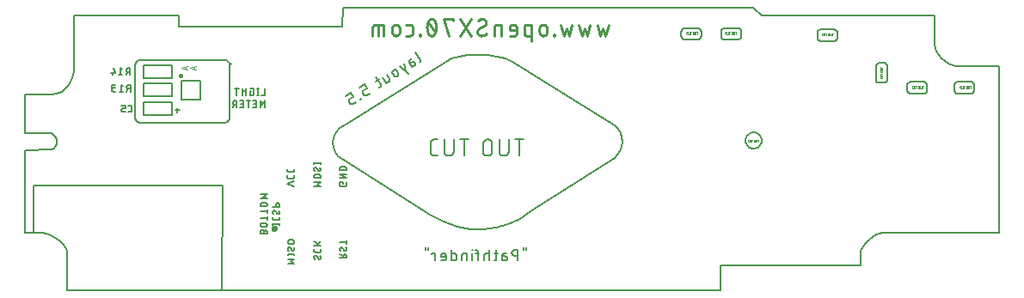
<source format=gbo>
G75*
%MOIN*%
%OFA0B0*%
%FSLAX25Y25*%
%IPPOS*%
%LPD*%
%AMOC8*
5,1,8,0,0,1.08239X$1,22.5*
%
%ADD10C,0.00600*%
%ADD11C,0.00500*%
%ADD12C,0.00800*%
%ADD13C,0.00000*%
%ADD14C,0.01100*%
%ADD15C,0.01200*%
%ADD16C,0.00200*%
D10*
X0021423Y0038877D02*
X0021423Y0053068D01*
X0021193Y0054223D01*
X0020546Y0055511D01*
X0019546Y0056843D01*
X0018260Y0058131D01*
X0016751Y0059287D01*
X0015086Y0060221D01*
X0013329Y0060847D01*
X0011546Y0061075D01*
X0005020Y0061075D01*
X0005020Y0093285D01*
X0015209Y0093363D01*
X0016100Y0093845D01*
X0016736Y0094600D01*
X0017115Y0095536D01*
X0017240Y0096561D01*
X0017110Y0097585D01*
X0016728Y0098513D01*
X0016094Y0099256D01*
X0015209Y0099720D01*
X0005020Y0099735D01*
X0005020Y0114803D02*
X0015209Y0114803D01*
X0017371Y0115090D01*
X0019206Y0115887D01*
X0020725Y0117096D01*
X0021940Y0118620D01*
X0022864Y0120362D01*
X0023509Y0122225D01*
X0023887Y0124111D01*
X0024010Y0125924D01*
X0024010Y0145461D01*
X0048922Y0128078D02*
X0049312Y0128199D01*
X0049731Y0128242D01*
X0082283Y0128242D01*
X0082702Y0128199D01*
X0083092Y0128078D01*
X0083446Y0127885D01*
X0083755Y0127630D01*
X0084009Y0127321D01*
X0084202Y0126968D01*
X0084324Y0126577D01*
X0084366Y0126159D01*
X0084366Y0105976D01*
X0084324Y0105558D01*
X0084202Y0105167D01*
X0084009Y0104813D01*
X0083755Y0104505D01*
X0083446Y0104250D01*
X0083092Y0104057D01*
X0082702Y0103935D01*
X0082283Y0103893D01*
X0049731Y0103893D01*
X0049312Y0103935D01*
X0048922Y0104057D01*
X0048568Y0104250D01*
X0048259Y0104505D01*
X0048005Y0104813D01*
X0047812Y0105167D01*
X0047690Y0105558D01*
X0047647Y0105976D01*
X0047647Y0126159D01*
X0047690Y0126577D01*
X0047812Y0126968D01*
X0048005Y0127321D01*
X0048259Y0127630D01*
X0048568Y0127885D01*
X0048922Y0128078D01*
X0045545Y0125055D02*
X0044823Y0125055D01*
X0045545Y0125055D02*
X0045545Y0122455D01*
X0045545Y0123611D02*
X0044823Y0123611D01*
X0044678Y0123611D02*
X0044100Y0122455D01*
X0042696Y0122455D02*
X0041252Y0122455D01*
X0041974Y0122455D02*
X0041974Y0125055D01*
X0042696Y0124477D01*
X0044823Y0125055D02*
X0044770Y0125053D01*
X0044718Y0125047D01*
X0044666Y0125038D01*
X0044615Y0125024D01*
X0044565Y0125007D01*
X0044517Y0124987D01*
X0044470Y0124963D01*
X0044425Y0124935D01*
X0044382Y0124904D01*
X0044341Y0124871D01*
X0044303Y0124834D01*
X0044268Y0124795D01*
X0044236Y0124753D01*
X0044207Y0124709D01*
X0044181Y0124663D01*
X0044159Y0124615D01*
X0044140Y0124566D01*
X0044124Y0124516D01*
X0044113Y0124464D01*
X0044105Y0124412D01*
X0044101Y0124359D01*
X0044101Y0124307D01*
X0044105Y0124254D01*
X0044113Y0124202D01*
X0044124Y0124150D01*
X0044140Y0124100D01*
X0044159Y0124051D01*
X0044181Y0124003D01*
X0044207Y0123957D01*
X0044236Y0123913D01*
X0044268Y0123871D01*
X0044303Y0123832D01*
X0044341Y0123795D01*
X0044382Y0123762D01*
X0044425Y0123731D01*
X0044470Y0123703D01*
X0044517Y0123679D01*
X0044565Y0123659D01*
X0044615Y0123642D01*
X0044666Y0123628D01*
X0044718Y0123619D01*
X0044770Y0123613D01*
X0044823Y0123611D01*
X0039816Y0123033D02*
X0038372Y0123033D01*
X0038805Y0123611D02*
X0038805Y0122455D01*
X0039816Y0123033D02*
X0039238Y0125055D01*
X0039199Y0118574D02*
X0040066Y0118574D01*
X0039199Y0118574D02*
X0039152Y0118572D01*
X0039106Y0118567D01*
X0039061Y0118557D01*
X0039016Y0118544D01*
X0038972Y0118528D01*
X0038930Y0118508D01*
X0038890Y0118485D01*
X0038852Y0118458D01*
X0038816Y0118429D01*
X0038782Y0118396D01*
X0038751Y0118362D01*
X0038723Y0118324D01*
X0038698Y0118285D01*
X0038677Y0118244D01*
X0038659Y0118201D01*
X0038644Y0118157D01*
X0038633Y0118112D01*
X0038625Y0118066D01*
X0038621Y0118019D01*
X0038621Y0117973D01*
X0038625Y0117926D01*
X0038633Y0117880D01*
X0038644Y0117835D01*
X0038659Y0117791D01*
X0038677Y0117748D01*
X0038698Y0117707D01*
X0038723Y0117668D01*
X0038751Y0117630D01*
X0038782Y0117596D01*
X0038816Y0117563D01*
X0038852Y0117534D01*
X0038890Y0117507D01*
X0038930Y0117484D01*
X0038972Y0117464D01*
X0039016Y0117448D01*
X0039061Y0117435D01*
X0039106Y0117425D01*
X0039152Y0117420D01*
X0039199Y0117418D01*
X0039777Y0117418D01*
X0039344Y0117418D02*
X0039291Y0117416D01*
X0039239Y0117410D01*
X0039187Y0117401D01*
X0039136Y0117387D01*
X0039086Y0117370D01*
X0039038Y0117350D01*
X0038991Y0117326D01*
X0038946Y0117298D01*
X0038903Y0117267D01*
X0038862Y0117234D01*
X0038824Y0117197D01*
X0038789Y0117158D01*
X0038757Y0117116D01*
X0038728Y0117072D01*
X0038702Y0117026D01*
X0038680Y0116978D01*
X0038661Y0116929D01*
X0038645Y0116879D01*
X0038634Y0116827D01*
X0038626Y0116775D01*
X0038622Y0116722D01*
X0038622Y0116670D01*
X0038626Y0116617D01*
X0038634Y0116565D01*
X0038645Y0116513D01*
X0038661Y0116463D01*
X0038680Y0116414D01*
X0038702Y0116366D01*
X0038728Y0116320D01*
X0038757Y0116276D01*
X0038789Y0116234D01*
X0038824Y0116195D01*
X0038862Y0116158D01*
X0038903Y0116125D01*
X0038946Y0116094D01*
X0038991Y0116066D01*
X0039038Y0116042D01*
X0039086Y0116022D01*
X0039136Y0116005D01*
X0039187Y0115991D01*
X0039239Y0115982D01*
X0039291Y0115976D01*
X0039344Y0115974D01*
X0040066Y0115974D01*
X0041502Y0115974D02*
X0042946Y0115974D01*
X0042224Y0115974D02*
X0042224Y0118574D01*
X0042946Y0117996D01*
X0045073Y0118574D02*
X0045020Y0118572D01*
X0044968Y0118566D01*
X0044916Y0118557D01*
X0044865Y0118543D01*
X0044815Y0118526D01*
X0044767Y0118506D01*
X0044720Y0118482D01*
X0044675Y0118454D01*
X0044632Y0118423D01*
X0044591Y0118390D01*
X0044553Y0118353D01*
X0044518Y0118314D01*
X0044486Y0118272D01*
X0044457Y0118228D01*
X0044431Y0118182D01*
X0044409Y0118134D01*
X0044390Y0118085D01*
X0044374Y0118035D01*
X0044363Y0117983D01*
X0044355Y0117931D01*
X0044351Y0117878D01*
X0044351Y0117826D01*
X0044355Y0117773D01*
X0044363Y0117721D01*
X0044374Y0117669D01*
X0044390Y0117619D01*
X0044409Y0117570D01*
X0044431Y0117522D01*
X0044457Y0117476D01*
X0044486Y0117432D01*
X0044518Y0117390D01*
X0044553Y0117351D01*
X0044591Y0117314D01*
X0044632Y0117281D01*
X0044675Y0117250D01*
X0044720Y0117222D01*
X0044767Y0117198D01*
X0044815Y0117178D01*
X0044865Y0117161D01*
X0044916Y0117147D01*
X0044968Y0117138D01*
X0045020Y0117132D01*
X0045073Y0117130D01*
X0045073Y0117129D02*
X0045795Y0117129D01*
X0044928Y0117129D02*
X0044350Y0115974D01*
X0045795Y0115974D02*
X0045795Y0118574D01*
X0045073Y0118574D01*
X0045065Y0110627D02*
X0045643Y0110627D01*
X0045691Y0110625D01*
X0045738Y0110619D01*
X0045785Y0110609D01*
X0045831Y0110596D01*
X0045875Y0110578D01*
X0045918Y0110557D01*
X0045959Y0110533D01*
X0045998Y0110505D01*
X0046034Y0110474D01*
X0046068Y0110440D01*
X0046099Y0110404D01*
X0046127Y0110365D01*
X0046151Y0110324D01*
X0046172Y0110281D01*
X0046190Y0110237D01*
X0046203Y0110191D01*
X0046213Y0110144D01*
X0046219Y0110097D01*
X0046221Y0110049D01*
X0046221Y0108605D01*
X0046219Y0108560D01*
X0046214Y0108515D01*
X0046205Y0108470D01*
X0046193Y0108426D01*
X0046177Y0108384D01*
X0046158Y0108343D01*
X0046136Y0108303D01*
X0046111Y0108265D01*
X0046083Y0108230D01*
X0046052Y0108196D01*
X0046018Y0108165D01*
X0045983Y0108137D01*
X0045945Y0108112D01*
X0045905Y0108090D01*
X0045864Y0108071D01*
X0045822Y0108055D01*
X0045778Y0108043D01*
X0045733Y0108034D01*
X0045688Y0108029D01*
X0045643Y0108027D01*
X0045065Y0108027D01*
X0043807Y0108027D02*
X0042940Y0108027D01*
X0042892Y0108029D01*
X0042845Y0108035D01*
X0042798Y0108045D01*
X0042752Y0108058D01*
X0042708Y0108076D01*
X0042665Y0108097D01*
X0042624Y0108121D01*
X0042585Y0108149D01*
X0042549Y0108180D01*
X0042515Y0108214D01*
X0042484Y0108250D01*
X0042456Y0108289D01*
X0042432Y0108330D01*
X0042411Y0108373D01*
X0042393Y0108417D01*
X0042380Y0108463D01*
X0042370Y0108510D01*
X0042364Y0108557D01*
X0042362Y0108605D01*
X0042363Y0108605D02*
X0042363Y0108894D01*
X0042362Y0108894D02*
X0042364Y0108939D01*
X0042369Y0108984D01*
X0042378Y0109029D01*
X0042390Y0109073D01*
X0042406Y0109115D01*
X0042425Y0109156D01*
X0042447Y0109196D01*
X0042472Y0109234D01*
X0042500Y0109269D01*
X0042531Y0109303D01*
X0042565Y0109334D01*
X0042600Y0109362D01*
X0042638Y0109387D01*
X0042678Y0109409D01*
X0042719Y0109428D01*
X0042761Y0109444D01*
X0042805Y0109456D01*
X0042850Y0109465D01*
X0042895Y0109470D01*
X0042940Y0109472D01*
X0042940Y0109471D02*
X0043807Y0109471D01*
X0043807Y0110627D01*
X0042363Y0110627D01*
X0063133Y0108769D02*
X0064867Y0108769D01*
X0064000Y0107903D02*
X0064000Y0109636D01*
X0085495Y0109758D02*
X0086073Y0110914D01*
X0086217Y0110914D02*
X0086939Y0110914D01*
X0086217Y0110914D02*
X0086164Y0110916D01*
X0086112Y0110922D01*
X0086060Y0110931D01*
X0086009Y0110945D01*
X0085959Y0110962D01*
X0085911Y0110982D01*
X0085864Y0111006D01*
X0085819Y0111034D01*
X0085776Y0111065D01*
X0085735Y0111098D01*
X0085697Y0111135D01*
X0085662Y0111174D01*
X0085630Y0111216D01*
X0085601Y0111260D01*
X0085575Y0111306D01*
X0085553Y0111354D01*
X0085534Y0111403D01*
X0085518Y0111453D01*
X0085507Y0111505D01*
X0085499Y0111557D01*
X0085495Y0111610D01*
X0085495Y0111662D01*
X0085499Y0111715D01*
X0085507Y0111767D01*
X0085518Y0111819D01*
X0085534Y0111869D01*
X0085553Y0111918D01*
X0085575Y0111966D01*
X0085601Y0112012D01*
X0085630Y0112056D01*
X0085662Y0112098D01*
X0085697Y0112137D01*
X0085735Y0112174D01*
X0085776Y0112207D01*
X0085819Y0112238D01*
X0085864Y0112266D01*
X0085911Y0112290D01*
X0085959Y0112310D01*
X0086009Y0112327D01*
X0086060Y0112341D01*
X0086112Y0112350D01*
X0086164Y0112356D01*
X0086217Y0112358D01*
X0086939Y0112358D01*
X0086939Y0109758D01*
X0088301Y0109758D02*
X0089457Y0109758D01*
X0089457Y0112358D01*
X0088301Y0112358D01*
X0088590Y0111203D02*
X0089457Y0111203D01*
X0090806Y0112358D02*
X0092250Y0112358D01*
X0091528Y0112358D02*
X0091528Y0109758D01*
X0093293Y0109758D02*
X0094449Y0109758D01*
X0094449Y0112358D01*
X0093293Y0112358D01*
X0093582Y0111203D02*
X0094449Y0111203D01*
X0096133Y0112358D02*
X0096133Y0109758D01*
X0097000Y0110914D02*
X0096133Y0112358D01*
X0097000Y0110914D02*
X0097867Y0112358D01*
X0097867Y0109758D01*
X0097867Y0114558D02*
X0096711Y0114558D01*
X0095619Y0114558D02*
X0095041Y0114558D01*
X0095330Y0114558D02*
X0095330Y0117158D01*
X0095619Y0117158D02*
X0095041Y0117158D01*
X0093652Y0116581D02*
X0093652Y0115136D01*
X0093653Y0115136D02*
X0093651Y0115091D01*
X0093646Y0115046D01*
X0093637Y0115001D01*
X0093625Y0114957D01*
X0093609Y0114915D01*
X0093590Y0114874D01*
X0093568Y0114834D01*
X0093543Y0114796D01*
X0093515Y0114761D01*
X0093484Y0114727D01*
X0093450Y0114696D01*
X0093415Y0114668D01*
X0093377Y0114643D01*
X0093337Y0114621D01*
X0093296Y0114602D01*
X0093254Y0114586D01*
X0093210Y0114574D01*
X0093165Y0114565D01*
X0093120Y0114560D01*
X0093075Y0114558D01*
X0092208Y0114558D01*
X0092208Y0116003D01*
X0092641Y0116003D01*
X0093653Y0116581D02*
X0093651Y0116629D01*
X0093645Y0116676D01*
X0093635Y0116723D01*
X0093622Y0116769D01*
X0093604Y0116813D01*
X0093583Y0116856D01*
X0093559Y0116897D01*
X0093531Y0116936D01*
X0093500Y0116972D01*
X0093466Y0117006D01*
X0093430Y0117037D01*
X0093391Y0117065D01*
X0093350Y0117089D01*
X0093307Y0117110D01*
X0093263Y0117128D01*
X0093217Y0117141D01*
X0093170Y0117151D01*
X0093123Y0117157D01*
X0093075Y0117159D01*
X0093075Y0117158D02*
X0092208Y0117158D01*
X0090580Y0117158D02*
X0090580Y0114558D01*
X0089136Y0114558D02*
X0089136Y0117158D01*
X0089136Y0116003D02*
X0090580Y0116003D01*
X0087796Y0117158D02*
X0086352Y0117158D01*
X0087074Y0117158D02*
X0087074Y0114558D01*
X0097867Y0114558D02*
X0097867Y0117158D01*
X0084824Y0126577D02*
X0084702Y0126968D01*
X0064482Y0141013D02*
X0127898Y0141164D01*
X0128159Y0148568D01*
X0287331Y0148568D01*
X0290523Y0145461D01*
X0357569Y0145461D01*
X0357592Y0134183D01*
X0357824Y0132969D01*
X0358388Y0131631D01*
X0359236Y0130256D01*
X0360319Y0128933D01*
X0361589Y0127750D01*
X0362996Y0126796D01*
X0364493Y0126160D01*
X0366029Y0125929D01*
X0366305Y0125935D01*
X0382514Y0125924D01*
X0382514Y0061075D01*
X0337320Y0061075D01*
X0336330Y0060907D01*
X0335071Y0060421D01*
X0333666Y0059641D01*
X0332239Y0058595D01*
X0330914Y0057307D01*
X0329814Y0055804D01*
X0329064Y0054111D01*
X0328786Y0052254D01*
X0328786Y0048361D01*
X0274578Y0048361D01*
X0274578Y0038877D01*
X0021423Y0038877D01*
X0008163Y0061576D02*
X0008129Y0079347D01*
X0081436Y0079347D01*
X0081404Y0039347D01*
X0106767Y0049235D02*
X0109367Y0049235D01*
X0107922Y0050102D01*
X0109367Y0050969D01*
X0106767Y0050969D01*
X0106767Y0052405D02*
X0106767Y0052983D01*
X0106767Y0052694D02*
X0109367Y0052694D01*
X0109367Y0052405D02*
X0109367Y0052983D01*
X0108283Y0054541D02*
X0107850Y0055335D01*
X0106766Y0055047D02*
X0106768Y0054978D01*
X0106774Y0054910D01*
X0106783Y0054841D01*
X0106797Y0054774D01*
X0106814Y0054707D01*
X0106835Y0054642D01*
X0106860Y0054577D01*
X0106888Y0054515D01*
X0106920Y0054454D01*
X0106955Y0054394D01*
X0106994Y0054337D01*
X0107035Y0054282D01*
X0107080Y0054230D01*
X0107127Y0054180D01*
X0107851Y0055336D02*
X0107825Y0055375D01*
X0107797Y0055413D01*
X0107766Y0055448D01*
X0107732Y0055480D01*
X0107695Y0055509D01*
X0107656Y0055536D01*
X0107616Y0055559D01*
X0107573Y0055579D01*
X0107529Y0055595D01*
X0107484Y0055608D01*
X0107438Y0055618D01*
X0107392Y0055623D01*
X0107345Y0055625D01*
X0107300Y0055623D01*
X0107255Y0055618D01*
X0107210Y0055609D01*
X0107166Y0055597D01*
X0107124Y0055581D01*
X0107083Y0055562D01*
X0107043Y0055540D01*
X0107005Y0055515D01*
X0106970Y0055487D01*
X0106936Y0055456D01*
X0106905Y0055422D01*
X0106877Y0055387D01*
X0106852Y0055349D01*
X0106830Y0055309D01*
X0106811Y0055268D01*
X0106795Y0055226D01*
X0106783Y0055182D01*
X0106774Y0055137D01*
X0106769Y0055092D01*
X0106767Y0055047D01*
X0109149Y0055480D02*
X0109186Y0055428D01*
X0109219Y0055374D01*
X0109250Y0055319D01*
X0109276Y0055261D01*
X0109300Y0055202D01*
X0109320Y0055142D01*
X0109336Y0055081D01*
X0109349Y0055019D01*
X0109359Y0054956D01*
X0109364Y0054893D01*
X0109366Y0054830D01*
X0109367Y0054830D02*
X0109365Y0054785D01*
X0109360Y0054740D01*
X0109351Y0054695D01*
X0109339Y0054651D01*
X0109323Y0054609D01*
X0109304Y0054568D01*
X0109282Y0054528D01*
X0109257Y0054490D01*
X0109229Y0054455D01*
X0109198Y0054421D01*
X0109164Y0054390D01*
X0109129Y0054362D01*
X0109091Y0054337D01*
X0109051Y0054315D01*
X0109010Y0054296D01*
X0108968Y0054280D01*
X0108924Y0054268D01*
X0108879Y0054259D01*
X0108834Y0054254D01*
X0108789Y0054252D01*
X0108742Y0054254D01*
X0108696Y0054259D01*
X0108650Y0054269D01*
X0108605Y0054282D01*
X0108561Y0054298D01*
X0108518Y0054318D01*
X0108478Y0054341D01*
X0108439Y0054368D01*
X0108402Y0054397D01*
X0108368Y0054429D01*
X0108337Y0054464D01*
X0108309Y0054502D01*
X0108283Y0054541D01*
X0108645Y0056964D02*
X0107489Y0056964D01*
X0107436Y0056966D01*
X0107384Y0056972D01*
X0107332Y0056981D01*
X0107281Y0056995D01*
X0107231Y0057012D01*
X0107183Y0057032D01*
X0107136Y0057056D01*
X0107091Y0057084D01*
X0107048Y0057115D01*
X0107007Y0057148D01*
X0106969Y0057185D01*
X0106934Y0057224D01*
X0106902Y0057266D01*
X0106873Y0057310D01*
X0106847Y0057356D01*
X0106825Y0057404D01*
X0106806Y0057453D01*
X0106790Y0057503D01*
X0106779Y0057555D01*
X0106771Y0057607D01*
X0106767Y0057660D01*
X0106767Y0057712D01*
X0106771Y0057765D01*
X0106779Y0057817D01*
X0106790Y0057869D01*
X0106806Y0057919D01*
X0106825Y0057968D01*
X0106847Y0058016D01*
X0106873Y0058062D01*
X0106902Y0058106D01*
X0106934Y0058148D01*
X0106969Y0058187D01*
X0107007Y0058224D01*
X0107048Y0058257D01*
X0107091Y0058288D01*
X0107136Y0058316D01*
X0107183Y0058340D01*
X0107231Y0058360D01*
X0107281Y0058377D01*
X0107332Y0058391D01*
X0107384Y0058400D01*
X0107436Y0058406D01*
X0107489Y0058408D01*
X0108645Y0058408D01*
X0108698Y0058406D01*
X0108750Y0058400D01*
X0108802Y0058391D01*
X0108853Y0058377D01*
X0108903Y0058360D01*
X0108951Y0058340D01*
X0108998Y0058316D01*
X0109043Y0058288D01*
X0109086Y0058257D01*
X0109127Y0058224D01*
X0109165Y0058187D01*
X0109200Y0058148D01*
X0109232Y0058106D01*
X0109261Y0058062D01*
X0109287Y0058016D01*
X0109309Y0057968D01*
X0109328Y0057919D01*
X0109344Y0057869D01*
X0109355Y0057817D01*
X0109363Y0057765D01*
X0109367Y0057712D01*
X0109367Y0057660D01*
X0109363Y0057607D01*
X0109355Y0057555D01*
X0109344Y0057503D01*
X0109328Y0057453D01*
X0109309Y0057404D01*
X0109287Y0057356D01*
X0109261Y0057310D01*
X0109232Y0057266D01*
X0109200Y0057224D01*
X0109165Y0057185D01*
X0109127Y0057148D01*
X0109086Y0057115D01*
X0109043Y0057084D01*
X0108998Y0057056D01*
X0108951Y0057032D01*
X0108903Y0057012D01*
X0108853Y0056995D01*
X0108802Y0056981D01*
X0108750Y0056972D01*
X0108698Y0056966D01*
X0108645Y0056964D01*
X0117017Y0057658D02*
X0118606Y0056792D01*
X0118028Y0056214D02*
X0119617Y0057658D01*
X0119617Y0056214D02*
X0117017Y0056214D01*
X0117017Y0054788D02*
X0117017Y0054210D01*
X0117019Y0054165D01*
X0117024Y0054120D01*
X0117033Y0054075D01*
X0117045Y0054031D01*
X0117061Y0053989D01*
X0117080Y0053948D01*
X0117102Y0053908D01*
X0117127Y0053870D01*
X0117155Y0053835D01*
X0117186Y0053801D01*
X0117220Y0053770D01*
X0117255Y0053742D01*
X0117293Y0053717D01*
X0117333Y0053695D01*
X0117374Y0053676D01*
X0117416Y0053660D01*
X0117460Y0053648D01*
X0117505Y0053639D01*
X0117550Y0053634D01*
X0117595Y0053632D01*
X0117595Y0053633D02*
X0119039Y0053633D01*
X0119039Y0053632D02*
X0119087Y0053634D01*
X0119134Y0053640D01*
X0119181Y0053650D01*
X0119227Y0053663D01*
X0119271Y0053681D01*
X0119314Y0053702D01*
X0119355Y0053726D01*
X0119394Y0053754D01*
X0119430Y0053785D01*
X0119464Y0053819D01*
X0119495Y0053855D01*
X0119523Y0053894D01*
X0119547Y0053935D01*
X0119568Y0053978D01*
X0119586Y0054022D01*
X0119599Y0054068D01*
X0119609Y0054115D01*
X0119615Y0054162D01*
X0119617Y0054210D01*
X0119617Y0054788D01*
X0118100Y0052018D02*
X0118533Y0051224D01*
X0119616Y0051513D02*
X0119614Y0051576D01*
X0119609Y0051639D01*
X0119599Y0051702D01*
X0119586Y0051764D01*
X0119570Y0051825D01*
X0119550Y0051885D01*
X0119526Y0051944D01*
X0119500Y0052002D01*
X0119469Y0052057D01*
X0119436Y0052111D01*
X0119399Y0052163D01*
X0118533Y0051224D02*
X0118559Y0051185D01*
X0118587Y0051147D01*
X0118618Y0051112D01*
X0118652Y0051080D01*
X0118689Y0051051D01*
X0118728Y0051024D01*
X0118768Y0051001D01*
X0118811Y0050981D01*
X0118855Y0050965D01*
X0118900Y0050952D01*
X0118946Y0050942D01*
X0118992Y0050937D01*
X0119039Y0050935D01*
X0119084Y0050937D01*
X0119129Y0050942D01*
X0119174Y0050951D01*
X0119218Y0050963D01*
X0119260Y0050979D01*
X0119301Y0050998D01*
X0119341Y0051020D01*
X0119379Y0051045D01*
X0119414Y0051073D01*
X0119448Y0051104D01*
X0119479Y0051138D01*
X0119507Y0051173D01*
X0119532Y0051211D01*
X0119554Y0051251D01*
X0119573Y0051292D01*
X0119589Y0051334D01*
X0119601Y0051378D01*
X0119610Y0051423D01*
X0119615Y0051468D01*
X0119617Y0051513D01*
X0117377Y0050862D02*
X0117330Y0050912D01*
X0117285Y0050964D01*
X0117244Y0051019D01*
X0117205Y0051076D01*
X0117170Y0051136D01*
X0117138Y0051197D01*
X0117110Y0051259D01*
X0117085Y0051324D01*
X0117064Y0051389D01*
X0117047Y0051456D01*
X0117033Y0051523D01*
X0117024Y0051592D01*
X0117018Y0051660D01*
X0117016Y0051729D01*
X0117017Y0051729D02*
X0117019Y0051774D01*
X0117024Y0051819D01*
X0117033Y0051864D01*
X0117045Y0051908D01*
X0117061Y0051950D01*
X0117080Y0051991D01*
X0117102Y0052031D01*
X0117127Y0052069D01*
X0117155Y0052104D01*
X0117186Y0052138D01*
X0117220Y0052169D01*
X0117255Y0052197D01*
X0117293Y0052222D01*
X0117333Y0052244D01*
X0117374Y0052263D01*
X0117416Y0052279D01*
X0117460Y0052291D01*
X0117505Y0052300D01*
X0117550Y0052305D01*
X0117595Y0052307D01*
X0117642Y0052305D01*
X0117688Y0052300D01*
X0117734Y0052290D01*
X0117779Y0052277D01*
X0117823Y0052261D01*
X0117866Y0052241D01*
X0117906Y0052218D01*
X0117945Y0052191D01*
X0117982Y0052162D01*
X0118016Y0052130D01*
X0118047Y0052095D01*
X0118075Y0052057D01*
X0118101Y0052018D01*
X0127017Y0051369D02*
X0129617Y0051369D01*
X0129617Y0052091D01*
X0129615Y0052144D01*
X0129609Y0052196D01*
X0129600Y0052248D01*
X0129586Y0052299D01*
X0129569Y0052349D01*
X0129549Y0052397D01*
X0129525Y0052444D01*
X0129497Y0052489D01*
X0129466Y0052532D01*
X0129433Y0052573D01*
X0129396Y0052611D01*
X0129357Y0052646D01*
X0129315Y0052678D01*
X0129271Y0052707D01*
X0129225Y0052733D01*
X0129177Y0052755D01*
X0129128Y0052774D01*
X0129078Y0052790D01*
X0129026Y0052801D01*
X0128974Y0052809D01*
X0128921Y0052813D01*
X0128869Y0052813D01*
X0128816Y0052809D01*
X0128764Y0052801D01*
X0128712Y0052790D01*
X0128662Y0052774D01*
X0128613Y0052755D01*
X0128565Y0052733D01*
X0128519Y0052707D01*
X0128475Y0052678D01*
X0128433Y0052646D01*
X0128394Y0052611D01*
X0128357Y0052573D01*
X0128324Y0052532D01*
X0128293Y0052489D01*
X0128265Y0052444D01*
X0128241Y0052397D01*
X0128221Y0052349D01*
X0128204Y0052299D01*
X0128190Y0052248D01*
X0128181Y0052196D01*
X0128175Y0052144D01*
X0128173Y0052091D01*
X0128172Y0052091D02*
X0128172Y0051369D01*
X0128172Y0052236D02*
X0127017Y0052813D01*
X0128101Y0055278D02*
X0128075Y0055317D01*
X0128047Y0055355D01*
X0128016Y0055390D01*
X0127982Y0055422D01*
X0127945Y0055451D01*
X0127906Y0055478D01*
X0127866Y0055501D01*
X0127823Y0055521D01*
X0127779Y0055537D01*
X0127734Y0055550D01*
X0127688Y0055560D01*
X0127642Y0055565D01*
X0127595Y0055567D01*
X0127550Y0055565D01*
X0127505Y0055560D01*
X0127460Y0055551D01*
X0127416Y0055539D01*
X0127374Y0055523D01*
X0127333Y0055504D01*
X0127293Y0055482D01*
X0127255Y0055457D01*
X0127220Y0055429D01*
X0127186Y0055398D01*
X0127155Y0055364D01*
X0127127Y0055329D01*
X0127102Y0055291D01*
X0127080Y0055251D01*
X0127061Y0055210D01*
X0127045Y0055168D01*
X0127033Y0055124D01*
X0127024Y0055079D01*
X0127019Y0055034D01*
X0127017Y0054989D01*
X0128100Y0055277D02*
X0128533Y0054483D01*
X0129616Y0054772D02*
X0129614Y0054835D01*
X0129609Y0054898D01*
X0129599Y0054961D01*
X0129586Y0055023D01*
X0129570Y0055084D01*
X0129550Y0055144D01*
X0129526Y0055203D01*
X0129500Y0055261D01*
X0129469Y0055316D01*
X0129436Y0055370D01*
X0129399Y0055422D01*
X0128533Y0054483D02*
X0128559Y0054444D01*
X0128587Y0054406D01*
X0128618Y0054371D01*
X0128652Y0054339D01*
X0128689Y0054310D01*
X0128728Y0054283D01*
X0128768Y0054260D01*
X0128811Y0054240D01*
X0128855Y0054224D01*
X0128900Y0054211D01*
X0128946Y0054201D01*
X0128992Y0054196D01*
X0129039Y0054194D01*
X0129084Y0054196D01*
X0129129Y0054201D01*
X0129174Y0054210D01*
X0129218Y0054222D01*
X0129260Y0054238D01*
X0129301Y0054257D01*
X0129341Y0054279D01*
X0129379Y0054304D01*
X0129414Y0054332D01*
X0129448Y0054363D01*
X0129479Y0054397D01*
X0129507Y0054432D01*
X0129532Y0054470D01*
X0129554Y0054510D01*
X0129573Y0054551D01*
X0129589Y0054593D01*
X0129601Y0054637D01*
X0129610Y0054682D01*
X0129615Y0054727D01*
X0129617Y0054772D01*
X0127377Y0054122D02*
X0127330Y0054172D01*
X0127285Y0054224D01*
X0127244Y0054279D01*
X0127205Y0054336D01*
X0127170Y0054396D01*
X0127138Y0054457D01*
X0127110Y0054519D01*
X0127085Y0054584D01*
X0127064Y0054649D01*
X0127047Y0054716D01*
X0127033Y0054783D01*
X0127024Y0054852D01*
X0127018Y0054920D01*
X0127016Y0054989D01*
X0129617Y0056714D02*
X0129617Y0058158D01*
X0129617Y0057436D02*
X0127017Y0057436D01*
X0103617Y0064173D02*
X0103617Y0064751D01*
X0103617Y0064462D02*
X0101017Y0064462D01*
X0101017Y0064173D02*
X0101017Y0064751D01*
X0101595Y0066030D02*
X0103039Y0066030D01*
X0103087Y0066032D01*
X0103134Y0066038D01*
X0103181Y0066048D01*
X0103227Y0066061D01*
X0103271Y0066079D01*
X0103314Y0066100D01*
X0103355Y0066124D01*
X0103394Y0066152D01*
X0103430Y0066183D01*
X0103464Y0066217D01*
X0103495Y0066253D01*
X0103523Y0066292D01*
X0103547Y0066333D01*
X0103568Y0066376D01*
X0103586Y0066420D01*
X0103599Y0066466D01*
X0103609Y0066513D01*
X0103615Y0066560D01*
X0103617Y0066608D01*
X0103617Y0067185D01*
X0102533Y0068709D02*
X0102100Y0069503D01*
X0101016Y0069214D02*
X0101018Y0069145D01*
X0101024Y0069077D01*
X0101033Y0069008D01*
X0101047Y0068941D01*
X0101064Y0068874D01*
X0101085Y0068809D01*
X0101110Y0068744D01*
X0101138Y0068682D01*
X0101170Y0068621D01*
X0101205Y0068561D01*
X0101244Y0068504D01*
X0101285Y0068449D01*
X0101330Y0068397D01*
X0101377Y0068347D01*
X0102101Y0069503D02*
X0102075Y0069542D01*
X0102047Y0069580D01*
X0102016Y0069615D01*
X0101982Y0069647D01*
X0101945Y0069676D01*
X0101906Y0069703D01*
X0101866Y0069726D01*
X0101823Y0069746D01*
X0101779Y0069762D01*
X0101734Y0069775D01*
X0101688Y0069785D01*
X0101642Y0069790D01*
X0101595Y0069792D01*
X0101550Y0069790D01*
X0101505Y0069785D01*
X0101460Y0069776D01*
X0101416Y0069764D01*
X0101374Y0069748D01*
X0101333Y0069729D01*
X0101293Y0069707D01*
X0101255Y0069682D01*
X0101220Y0069654D01*
X0101186Y0069623D01*
X0101155Y0069589D01*
X0101127Y0069554D01*
X0101102Y0069516D01*
X0101080Y0069476D01*
X0101061Y0069435D01*
X0101045Y0069393D01*
X0101033Y0069349D01*
X0101024Y0069304D01*
X0101019Y0069259D01*
X0101017Y0069214D01*
X0103399Y0069648D02*
X0103436Y0069596D01*
X0103469Y0069542D01*
X0103500Y0069487D01*
X0103526Y0069429D01*
X0103550Y0069370D01*
X0103570Y0069310D01*
X0103586Y0069249D01*
X0103599Y0069187D01*
X0103609Y0069124D01*
X0103614Y0069061D01*
X0103616Y0068998D01*
X0103617Y0068998D02*
X0103615Y0068953D01*
X0103610Y0068908D01*
X0103601Y0068863D01*
X0103589Y0068819D01*
X0103573Y0068777D01*
X0103554Y0068736D01*
X0103532Y0068696D01*
X0103507Y0068658D01*
X0103479Y0068623D01*
X0103448Y0068589D01*
X0103414Y0068558D01*
X0103379Y0068530D01*
X0103341Y0068505D01*
X0103301Y0068483D01*
X0103260Y0068464D01*
X0103218Y0068448D01*
X0103174Y0068436D01*
X0103129Y0068427D01*
X0103084Y0068422D01*
X0103039Y0068420D01*
X0102992Y0068422D01*
X0102946Y0068427D01*
X0102900Y0068437D01*
X0102855Y0068450D01*
X0102811Y0068466D01*
X0102768Y0068486D01*
X0102728Y0068509D01*
X0102689Y0068536D01*
X0102652Y0068565D01*
X0102618Y0068597D01*
X0102587Y0068632D01*
X0102559Y0068670D01*
X0102533Y0068709D01*
X0101017Y0067185D02*
X0101017Y0066608D01*
X0101019Y0066563D01*
X0101024Y0066518D01*
X0101033Y0066473D01*
X0101045Y0066429D01*
X0101061Y0066387D01*
X0101080Y0066346D01*
X0101102Y0066306D01*
X0101127Y0066268D01*
X0101155Y0066233D01*
X0101186Y0066199D01*
X0101220Y0066168D01*
X0101255Y0066140D01*
X0101293Y0066115D01*
X0101333Y0066093D01*
X0101374Y0066074D01*
X0101416Y0066058D01*
X0101460Y0066046D01*
X0101505Y0066037D01*
X0101550Y0066032D01*
X0101595Y0066030D01*
X0098817Y0066188D02*
X0098817Y0067633D01*
X0098817Y0066910D02*
X0096217Y0066910D01*
X0096939Y0064945D02*
X0098095Y0064945D01*
X0098095Y0064944D02*
X0098148Y0064942D01*
X0098200Y0064936D01*
X0098252Y0064927D01*
X0098303Y0064913D01*
X0098353Y0064896D01*
X0098401Y0064876D01*
X0098448Y0064852D01*
X0098493Y0064824D01*
X0098536Y0064793D01*
X0098577Y0064760D01*
X0098615Y0064723D01*
X0098650Y0064684D01*
X0098682Y0064642D01*
X0098711Y0064598D01*
X0098737Y0064552D01*
X0098759Y0064504D01*
X0098778Y0064455D01*
X0098794Y0064405D01*
X0098805Y0064353D01*
X0098813Y0064301D01*
X0098817Y0064248D01*
X0098817Y0064196D01*
X0098813Y0064143D01*
X0098805Y0064091D01*
X0098794Y0064039D01*
X0098778Y0063989D01*
X0098759Y0063940D01*
X0098737Y0063892D01*
X0098711Y0063846D01*
X0098682Y0063802D01*
X0098650Y0063760D01*
X0098615Y0063721D01*
X0098577Y0063684D01*
X0098536Y0063651D01*
X0098493Y0063620D01*
X0098448Y0063592D01*
X0098401Y0063568D01*
X0098353Y0063548D01*
X0098303Y0063531D01*
X0098252Y0063517D01*
X0098200Y0063508D01*
X0098148Y0063502D01*
X0098095Y0063500D01*
X0096939Y0063500D01*
X0096886Y0063502D01*
X0096834Y0063508D01*
X0096782Y0063517D01*
X0096731Y0063531D01*
X0096681Y0063548D01*
X0096633Y0063568D01*
X0096586Y0063592D01*
X0096541Y0063620D01*
X0096498Y0063651D01*
X0096457Y0063684D01*
X0096419Y0063721D01*
X0096384Y0063760D01*
X0096352Y0063802D01*
X0096323Y0063846D01*
X0096297Y0063892D01*
X0096275Y0063940D01*
X0096256Y0063989D01*
X0096240Y0064039D01*
X0096229Y0064091D01*
X0096221Y0064143D01*
X0096217Y0064196D01*
X0096217Y0064248D01*
X0096221Y0064301D01*
X0096229Y0064353D01*
X0096240Y0064405D01*
X0096256Y0064455D01*
X0096275Y0064504D01*
X0096297Y0064552D01*
X0096323Y0064598D01*
X0096352Y0064642D01*
X0096384Y0064684D01*
X0096419Y0064723D01*
X0096457Y0064760D01*
X0096498Y0064793D01*
X0096541Y0064824D01*
X0096586Y0064852D01*
X0096633Y0064876D01*
X0096681Y0064896D01*
X0096731Y0064913D01*
X0096782Y0064927D01*
X0096834Y0064936D01*
X0096886Y0064942D01*
X0096939Y0064944D01*
X0097661Y0061510D02*
X0097659Y0061563D01*
X0097653Y0061615D01*
X0097644Y0061667D01*
X0097630Y0061718D01*
X0097613Y0061768D01*
X0097593Y0061816D01*
X0097569Y0061863D01*
X0097541Y0061908D01*
X0097510Y0061951D01*
X0097477Y0061992D01*
X0097440Y0062030D01*
X0097401Y0062065D01*
X0097359Y0062097D01*
X0097315Y0062126D01*
X0097269Y0062152D01*
X0097221Y0062174D01*
X0097172Y0062193D01*
X0097122Y0062209D01*
X0097070Y0062220D01*
X0097018Y0062228D01*
X0096965Y0062232D01*
X0096913Y0062232D01*
X0096860Y0062228D01*
X0096808Y0062220D01*
X0096756Y0062209D01*
X0096706Y0062193D01*
X0096657Y0062174D01*
X0096609Y0062152D01*
X0096563Y0062126D01*
X0096519Y0062097D01*
X0096477Y0062065D01*
X0096438Y0062030D01*
X0096401Y0061992D01*
X0096368Y0061951D01*
X0096337Y0061908D01*
X0096309Y0061863D01*
X0096285Y0061816D01*
X0096265Y0061768D01*
X0096248Y0061718D01*
X0096234Y0061667D01*
X0096225Y0061615D01*
X0096219Y0061563D01*
X0096217Y0061510D01*
X0096217Y0060788D01*
X0098817Y0060788D01*
X0098817Y0061510D01*
X0098815Y0061557D01*
X0098810Y0061603D01*
X0098800Y0061648D01*
X0098787Y0061693D01*
X0098771Y0061737D01*
X0098751Y0061779D01*
X0098728Y0061819D01*
X0098701Y0061857D01*
X0098672Y0061893D01*
X0098639Y0061927D01*
X0098605Y0061958D01*
X0098567Y0061986D01*
X0098528Y0062011D01*
X0098487Y0062032D01*
X0098444Y0062050D01*
X0098400Y0062065D01*
X0098355Y0062076D01*
X0098309Y0062084D01*
X0098262Y0062088D01*
X0098216Y0062088D01*
X0098169Y0062084D01*
X0098123Y0062076D01*
X0098078Y0062065D01*
X0098034Y0062050D01*
X0097991Y0062032D01*
X0097950Y0062011D01*
X0097911Y0061986D01*
X0097873Y0061958D01*
X0097839Y0061927D01*
X0097806Y0061893D01*
X0097777Y0061857D01*
X0097750Y0061819D01*
X0097727Y0061779D01*
X0097707Y0061737D01*
X0097691Y0061693D01*
X0097678Y0061648D01*
X0097668Y0061603D01*
X0097663Y0061557D01*
X0097661Y0061510D01*
X0097661Y0060788D01*
X0098817Y0068684D02*
X0098817Y0070129D01*
X0098817Y0069406D02*
X0096217Y0069406D01*
X0096939Y0071372D02*
X0098095Y0071372D01*
X0098148Y0071374D01*
X0098200Y0071380D01*
X0098252Y0071389D01*
X0098303Y0071403D01*
X0098353Y0071420D01*
X0098401Y0071440D01*
X0098448Y0071464D01*
X0098493Y0071492D01*
X0098536Y0071523D01*
X0098577Y0071556D01*
X0098615Y0071593D01*
X0098650Y0071632D01*
X0098682Y0071674D01*
X0098711Y0071718D01*
X0098737Y0071764D01*
X0098759Y0071812D01*
X0098778Y0071861D01*
X0098794Y0071911D01*
X0098805Y0071963D01*
X0098813Y0072015D01*
X0098817Y0072068D01*
X0098817Y0072120D01*
X0098813Y0072173D01*
X0098805Y0072225D01*
X0098794Y0072277D01*
X0098778Y0072327D01*
X0098759Y0072376D01*
X0098737Y0072424D01*
X0098711Y0072470D01*
X0098682Y0072514D01*
X0098650Y0072556D01*
X0098615Y0072595D01*
X0098577Y0072632D01*
X0098536Y0072665D01*
X0098493Y0072696D01*
X0098448Y0072724D01*
X0098401Y0072748D01*
X0098353Y0072768D01*
X0098303Y0072785D01*
X0098252Y0072799D01*
X0098200Y0072808D01*
X0098148Y0072814D01*
X0098095Y0072816D01*
X0098095Y0072817D02*
X0096939Y0072817D01*
X0096939Y0072816D02*
X0096886Y0072814D01*
X0096834Y0072808D01*
X0096782Y0072799D01*
X0096731Y0072785D01*
X0096681Y0072768D01*
X0096633Y0072748D01*
X0096586Y0072724D01*
X0096541Y0072696D01*
X0096498Y0072665D01*
X0096457Y0072632D01*
X0096419Y0072595D01*
X0096384Y0072556D01*
X0096352Y0072514D01*
X0096323Y0072470D01*
X0096297Y0072424D01*
X0096275Y0072376D01*
X0096256Y0072327D01*
X0096240Y0072277D01*
X0096229Y0072225D01*
X0096221Y0072173D01*
X0096217Y0072120D01*
X0096217Y0072068D01*
X0096221Y0072015D01*
X0096229Y0071963D01*
X0096240Y0071911D01*
X0096256Y0071861D01*
X0096275Y0071812D01*
X0096297Y0071764D01*
X0096323Y0071718D01*
X0096352Y0071674D01*
X0096384Y0071632D01*
X0096419Y0071593D01*
X0096457Y0071556D01*
X0096498Y0071523D01*
X0096541Y0071492D01*
X0096586Y0071464D01*
X0096633Y0071440D01*
X0096681Y0071420D01*
X0096731Y0071403D01*
X0096782Y0071389D01*
X0096834Y0071380D01*
X0096886Y0071374D01*
X0096939Y0071372D01*
X0096217Y0074396D02*
X0098817Y0074396D01*
X0097372Y0075262D01*
X0098817Y0076129D01*
X0096217Y0076129D01*
X0101017Y0071299D02*
X0103617Y0071299D01*
X0103617Y0072021D01*
X0103615Y0072074D01*
X0103609Y0072126D01*
X0103600Y0072178D01*
X0103586Y0072229D01*
X0103569Y0072279D01*
X0103549Y0072327D01*
X0103525Y0072374D01*
X0103497Y0072419D01*
X0103466Y0072462D01*
X0103433Y0072503D01*
X0103396Y0072541D01*
X0103357Y0072576D01*
X0103315Y0072608D01*
X0103271Y0072637D01*
X0103225Y0072663D01*
X0103177Y0072685D01*
X0103128Y0072704D01*
X0103078Y0072720D01*
X0103026Y0072731D01*
X0102974Y0072739D01*
X0102921Y0072743D01*
X0102869Y0072743D01*
X0102816Y0072739D01*
X0102764Y0072731D01*
X0102712Y0072720D01*
X0102662Y0072704D01*
X0102613Y0072685D01*
X0102565Y0072663D01*
X0102519Y0072637D01*
X0102475Y0072608D01*
X0102433Y0072576D01*
X0102394Y0072541D01*
X0102357Y0072503D01*
X0102324Y0072462D01*
X0102293Y0072419D01*
X0102265Y0072374D01*
X0102241Y0072327D01*
X0102221Y0072279D01*
X0102204Y0072229D01*
X0102190Y0072178D01*
X0102181Y0072126D01*
X0102175Y0072074D01*
X0102173Y0072021D01*
X0102172Y0072021D02*
X0102172Y0071299D01*
X0106717Y0080125D02*
X0109317Y0079258D01*
X0109317Y0080992D02*
X0106717Y0080125D01*
X0107295Y0082269D02*
X0108739Y0082269D01*
X0108787Y0082271D01*
X0108834Y0082277D01*
X0108881Y0082287D01*
X0108927Y0082300D01*
X0108971Y0082318D01*
X0109014Y0082339D01*
X0109055Y0082363D01*
X0109094Y0082391D01*
X0109130Y0082422D01*
X0109164Y0082456D01*
X0109195Y0082492D01*
X0109223Y0082531D01*
X0109247Y0082572D01*
X0109268Y0082615D01*
X0109286Y0082659D01*
X0109299Y0082705D01*
X0109309Y0082752D01*
X0109315Y0082799D01*
X0109317Y0082847D01*
X0109317Y0083424D01*
X0108739Y0084669D02*
X0107295Y0084669D01*
X0107250Y0084671D01*
X0107205Y0084676D01*
X0107160Y0084685D01*
X0107116Y0084697D01*
X0107074Y0084713D01*
X0107033Y0084732D01*
X0106993Y0084754D01*
X0106955Y0084779D01*
X0106920Y0084807D01*
X0106886Y0084838D01*
X0106855Y0084872D01*
X0106827Y0084907D01*
X0106802Y0084945D01*
X0106780Y0084985D01*
X0106761Y0085026D01*
X0106745Y0085068D01*
X0106733Y0085112D01*
X0106724Y0085157D01*
X0106719Y0085202D01*
X0106717Y0085247D01*
X0106717Y0085824D01*
X0108739Y0084669D02*
X0108787Y0084671D01*
X0108834Y0084677D01*
X0108881Y0084687D01*
X0108927Y0084700D01*
X0108971Y0084718D01*
X0109014Y0084739D01*
X0109055Y0084763D01*
X0109094Y0084791D01*
X0109130Y0084822D01*
X0109164Y0084856D01*
X0109195Y0084892D01*
X0109223Y0084931D01*
X0109247Y0084972D01*
X0109268Y0085015D01*
X0109286Y0085059D01*
X0109299Y0085105D01*
X0109309Y0085152D01*
X0109315Y0085199D01*
X0109317Y0085247D01*
X0109317Y0085824D01*
X0106717Y0083424D02*
X0106717Y0082847D01*
X0106719Y0082802D01*
X0106724Y0082757D01*
X0106733Y0082712D01*
X0106745Y0082668D01*
X0106761Y0082626D01*
X0106780Y0082585D01*
X0106802Y0082545D01*
X0106827Y0082507D01*
X0106855Y0082472D01*
X0106886Y0082438D01*
X0106920Y0082407D01*
X0106955Y0082379D01*
X0106993Y0082354D01*
X0107033Y0082332D01*
X0107074Y0082313D01*
X0107116Y0082297D01*
X0107160Y0082285D01*
X0107205Y0082276D01*
X0107250Y0082271D01*
X0107295Y0082269D01*
X0116967Y0080742D02*
X0119567Y0080742D01*
X0118122Y0079875D01*
X0119567Y0079008D01*
X0116967Y0079008D01*
X0117689Y0082321D02*
X0118845Y0082321D01*
X0118898Y0082323D01*
X0118950Y0082329D01*
X0119002Y0082338D01*
X0119053Y0082352D01*
X0119103Y0082369D01*
X0119151Y0082389D01*
X0119198Y0082413D01*
X0119243Y0082441D01*
X0119286Y0082472D01*
X0119327Y0082505D01*
X0119365Y0082542D01*
X0119400Y0082581D01*
X0119432Y0082623D01*
X0119461Y0082667D01*
X0119487Y0082713D01*
X0119509Y0082761D01*
X0119528Y0082810D01*
X0119544Y0082860D01*
X0119555Y0082912D01*
X0119563Y0082964D01*
X0119567Y0083017D01*
X0119567Y0083069D01*
X0119563Y0083122D01*
X0119555Y0083174D01*
X0119544Y0083226D01*
X0119528Y0083276D01*
X0119509Y0083325D01*
X0119487Y0083373D01*
X0119461Y0083419D01*
X0119432Y0083463D01*
X0119400Y0083505D01*
X0119365Y0083544D01*
X0119327Y0083581D01*
X0119286Y0083614D01*
X0119243Y0083645D01*
X0119198Y0083673D01*
X0119151Y0083697D01*
X0119103Y0083717D01*
X0119053Y0083734D01*
X0119002Y0083748D01*
X0118950Y0083757D01*
X0118898Y0083763D01*
X0118845Y0083765D01*
X0117689Y0083765D01*
X0117636Y0083763D01*
X0117584Y0083757D01*
X0117532Y0083748D01*
X0117481Y0083734D01*
X0117431Y0083717D01*
X0117383Y0083697D01*
X0117336Y0083673D01*
X0117291Y0083645D01*
X0117248Y0083614D01*
X0117207Y0083581D01*
X0117169Y0083544D01*
X0117134Y0083505D01*
X0117102Y0083463D01*
X0117073Y0083419D01*
X0117047Y0083373D01*
X0117025Y0083325D01*
X0117006Y0083276D01*
X0116990Y0083226D01*
X0116979Y0083174D01*
X0116971Y0083122D01*
X0116967Y0083069D01*
X0116967Y0083017D01*
X0116971Y0082964D01*
X0116979Y0082912D01*
X0116990Y0082860D01*
X0117006Y0082810D01*
X0117025Y0082761D01*
X0117047Y0082713D01*
X0117073Y0082667D01*
X0117102Y0082623D01*
X0117134Y0082581D01*
X0117169Y0082542D01*
X0117207Y0082505D01*
X0117248Y0082472D01*
X0117291Y0082441D01*
X0117336Y0082413D01*
X0117383Y0082389D01*
X0117431Y0082369D01*
X0117481Y0082352D01*
X0117532Y0082338D01*
X0117584Y0082329D01*
X0117636Y0082323D01*
X0117689Y0082321D01*
X0118483Y0085466D02*
X0118050Y0086260D01*
X0116966Y0085971D02*
X0116968Y0085902D01*
X0116974Y0085834D01*
X0116983Y0085765D01*
X0116997Y0085698D01*
X0117014Y0085631D01*
X0117035Y0085566D01*
X0117060Y0085501D01*
X0117088Y0085439D01*
X0117120Y0085378D01*
X0117155Y0085318D01*
X0117194Y0085261D01*
X0117235Y0085206D01*
X0117280Y0085154D01*
X0117327Y0085104D01*
X0118051Y0086260D02*
X0118025Y0086299D01*
X0117997Y0086337D01*
X0117966Y0086372D01*
X0117932Y0086404D01*
X0117895Y0086433D01*
X0117856Y0086460D01*
X0117816Y0086483D01*
X0117773Y0086503D01*
X0117729Y0086519D01*
X0117684Y0086532D01*
X0117638Y0086542D01*
X0117592Y0086547D01*
X0117545Y0086549D01*
X0117500Y0086547D01*
X0117455Y0086542D01*
X0117410Y0086533D01*
X0117366Y0086521D01*
X0117324Y0086505D01*
X0117283Y0086486D01*
X0117243Y0086464D01*
X0117205Y0086439D01*
X0117170Y0086411D01*
X0117136Y0086380D01*
X0117105Y0086346D01*
X0117077Y0086311D01*
X0117052Y0086273D01*
X0117030Y0086233D01*
X0117011Y0086192D01*
X0116995Y0086150D01*
X0116983Y0086106D01*
X0116974Y0086061D01*
X0116969Y0086016D01*
X0116967Y0085971D01*
X0119349Y0086405D02*
X0119386Y0086353D01*
X0119419Y0086299D01*
X0119450Y0086244D01*
X0119476Y0086186D01*
X0119500Y0086127D01*
X0119520Y0086067D01*
X0119536Y0086006D01*
X0119549Y0085944D01*
X0119559Y0085881D01*
X0119564Y0085818D01*
X0119566Y0085755D01*
X0119567Y0085755D02*
X0119565Y0085710D01*
X0119560Y0085665D01*
X0119551Y0085620D01*
X0119539Y0085576D01*
X0119523Y0085534D01*
X0119504Y0085493D01*
X0119482Y0085453D01*
X0119457Y0085415D01*
X0119429Y0085380D01*
X0119398Y0085346D01*
X0119364Y0085315D01*
X0119329Y0085287D01*
X0119291Y0085262D01*
X0119251Y0085240D01*
X0119210Y0085221D01*
X0119168Y0085205D01*
X0119124Y0085193D01*
X0119079Y0085184D01*
X0119034Y0085179D01*
X0118989Y0085177D01*
X0118942Y0085179D01*
X0118896Y0085184D01*
X0118850Y0085194D01*
X0118805Y0085207D01*
X0118761Y0085223D01*
X0118718Y0085243D01*
X0118678Y0085266D01*
X0118639Y0085293D01*
X0118602Y0085322D01*
X0118568Y0085354D01*
X0118537Y0085389D01*
X0118509Y0085427D01*
X0118483Y0085466D01*
X0119567Y0087746D02*
X0119567Y0088324D01*
X0119567Y0088035D02*
X0116967Y0088035D01*
X0116967Y0087746D02*
X0116967Y0088324D01*
X0125282Y0092486D02*
X0124597Y0094247D01*
X0124394Y0096150D01*
X0124709Y0098097D01*
X0125577Y0099993D01*
X0127037Y0101738D01*
X0129125Y0103236D01*
X0168391Y0127595D01*
X0170418Y0128721D01*
X0173294Y0129549D01*
X0176760Y0130067D01*
X0180556Y0130263D01*
X0184420Y0130126D01*
X0188092Y0129643D01*
X0191312Y0128804D01*
X0193820Y0127595D01*
X0233553Y0102771D01*
X0234977Y0101475D01*
X0235903Y0099923D01*
X0236379Y0098204D01*
X0236449Y0096404D01*
X0236162Y0094612D01*
X0235563Y0092915D01*
X0234698Y0091402D01*
X0233615Y0090159D01*
X0201009Y0069447D01*
X0196799Y0066639D01*
X0192316Y0064518D01*
X0187600Y0063119D01*
X0182694Y0062478D01*
X0177638Y0062628D01*
X0172474Y0063607D01*
X0167243Y0065449D01*
X0161985Y0068189D01*
X0127945Y0089783D01*
X0126410Y0090966D01*
X0125282Y0092486D01*
X0127689Y0086847D02*
X0128845Y0086847D01*
X0128897Y0086845D01*
X0128948Y0086840D01*
X0128998Y0086831D01*
X0129048Y0086818D01*
X0129097Y0086801D01*
X0129145Y0086782D01*
X0129191Y0086759D01*
X0129235Y0086732D01*
X0129278Y0086703D01*
X0129318Y0086671D01*
X0129356Y0086636D01*
X0129391Y0086598D01*
X0129423Y0086558D01*
X0129452Y0086515D01*
X0129479Y0086471D01*
X0129502Y0086425D01*
X0129521Y0086377D01*
X0129538Y0086328D01*
X0129551Y0086278D01*
X0129560Y0086228D01*
X0129565Y0086177D01*
X0129567Y0086125D01*
X0129567Y0085402D01*
X0126967Y0085402D01*
X0126967Y0086125D01*
X0126969Y0086177D01*
X0126974Y0086228D01*
X0126983Y0086278D01*
X0126996Y0086328D01*
X0127013Y0086377D01*
X0127032Y0086425D01*
X0127055Y0086471D01*
X0127082Y0086515D01*
X0127111Y0086558D01*
X0127143Y0086598D01*
X0127178Y0086636D01*
X0127216Y0086671D01*
X0127256Y0086703D01*
X0127299Y0086732D01*
X0127343Y0086759D01*
X0127389Y0086782D01*
X0127437Y0086801D01*
X0127486Y0086818D01*
X0127536Y0086831D01*
X0127586Y0086840D01*
X0127637Y0086845D01*
X0127689Y0086847D01*
X0126967Y0083775D02*
X0129567Y0083775D01*
X0129567Y0082330D02*
X0126967Y0082330D01*
X0126967Y0083775D02*
X0129567Y0082330D01*
X0129567Y0080703D02*
X0129567Y0079836D01*
X0129565Y0079788D01*
X0129559Y0079741D01*
X0129549Y0079694D01*
X0129536Y0079648D01*
X0129518Y0079604D01*
X0129497Y0079561D01*
X0129473Y0079520D01*
X0129445Y0079481D01*
X0129414Y0079445D01*
X0129380Y0079411D01*
X0129344Y0079380D01*
X0129305Y0079352D01*
X0129264Y0079328D01*
X0129221Y0079307D01*
X0129177Y0079289D01*
X0129131Y0079276D01*
X0129084Y0079266D01*
X0129037Y0079260D01*
X0128989Y0079258D01*
X0127545Y0079258D01*
X0127500Y0079260D01*
X0127455Y0079265D01*
X0127410Y0079274D01*
X0127366Y0079286D01*
X0127324Y0079302D01*
X0127283Y0079321D01*
X0127243Y0079343D01*
X0127205Y0079368D01*
X0127170Y0079396D01*
X0127136Y0079427D01*
X0127105Y0079461D01*
X0127077Y0079496D01*
X0127052Y0079534D01*
X0127030Y0079574D01*
X0127011Y0079615D01*
X0126995Y0079657D01*
X0126983Y0079701D01*
X0126974Y0079746D01*
X0126969Y0079791D01*
X0126967Y0079836D01*
X0126967Y0080703D01*
X0128411Y0080703D01*
X0128411Y0080269D01*
X0162217Y0092431D02*
X0162217Y0095986D01*
X0162219Y0096060D01*
X0162225Y0096135D01*
X0162235Y0096208D01*
X0162248Y0096282D01*
X0162265Y0096354D01*
X0162287Y0096425D01*
X0162311Y0096496D01*
X0162340Y0096564D01*
X0162372Y0096632D01*
X0162408Y0096697D01*
X0162446Y0096760D01*
X0162489Y0096822D01*
X0162534Y0096881D01*
X0162582Y0096937D01*
X0162633Y0096992D01*
X0162687Y0097043D01*
X0162744Y0097091D01*
X0162803Y0097136D01*
X0162865Y0097179D01*
X0162928Y0097217D01*
X0162993Y0097253D01*
X0163061Y0097285D01*
X0163129Y0097314D01*
X0163200Y0097338D01*
X0163271Y0097360D01*
X0163343Y0097377D01*
X0163417Y0097390D01*
X0163490Y0097400D01*
X0163565Y0097406D01*
X0163639Y0097408D01*
X0165061Y0097408D01*
X0167566Y0097408D02*
X0167566Y0092786D01*
X0167568Y0092703D01*
X0167574Y0092620D01*
X0167584Y0092537D01*
X0167597Y0092454D01*
X0167615Y0092373D01*
X0167636Y0092292D01*
X0167661Y0092213D01*
X0167690Y0092135D01*
X0167722Y0092058D01*
X0167758Y0091983D01*
X0167797Y0091909D01*
X0167840Y0091838D01*
X0167886Y0091768D01*
X0167936Y0091701D01*
X0167988Y0091636D01*
X0168043Y0091574D01*
X0168102Y0091514D01*
X0168163Y0091457D01*
X0168226Y0091403D01*
X0168292Y0091352D01*
X0168361Y0091305D01*
X0168431Y0091260D01*
X0168504Y0091219D01*
X0168578Y0091182D01*
X0168654Y0091147D01*
X0168732Y0091117D01*
X0168810Y0091090D01*
X0168891Y0091067D01*
X0168972Y0091047D01*
X0169054Y0091032D01*
X0169136Y0091020D01*
X0169219Y0091012D01*
X0169302Y0091008D01*
X0169386Y0091008D01*
X0169469Y0091012D01*
X0169552Y0091020D01*
X0169634Y0091032D01*
X0169716Y0091047D01*
X0169797Y0091067D01*
X0169878Y0091090D01*
X0169956Y0091117D01*
X0170034Y0091147D01*
X0170110Y0091182D01*
X0170184Y0091219D01*
X0170257Y0091260D01*
X0170327Y0091305D01*
X0170396Y0091352D01*
X0170462Y0091403D01*
X0170525Y0091457D01*
X0170586Y0091514D01*
X0170645Y0091574D01*
X0170700Y0091636D01*
X0170752Y0091701D01*
X0170802Y0091768D01*
X0170848Y0091838D01*
X0170891Y0091909D01*
X0170930Y0091983D01*
X0170966Y0092058D01*
X0170998Y0092135D01*
X0171027Y0092213D01*
X0171052Y0092292D01*
X0171073Y0092373D01*
X0171091Y0092454D01*
X0171104Y0092537D01*
X0171114Y0092620D01*
X0171120Y0092703D01*
X0171122Y0092786D01*
X0171121Y0092786D02*
X0171121Y0097408D01*
X0173515Y0097408D02*
X0177070Y0097408D01*
X0175292Y0097408D02*
X0175292Y0091008D01*
X0182541Y0092786D02*
X0182541Y0095631D01*
X0182540Y0095631D02*
X0182542Y0095714D01*
X0182548Y0095797D01*
X0182558Y0095880D01*
X0182571Y0095963D01*
X0182589Y0096044D01*
X0182610Y0096125D01*
X0182635Y0096204D01*
X0182664Y0096282D01*
X0182696Y0096359D01*
X0182732Y0096434D01*
X0182771Y0096508D01*
X0182814Y0096579D01*
X0182860Y0096649D01*
X0182910Y0096716D01*
X0182962Y0096781D01*
X0183017Y0096843D01*
X0183076Y0096903D01*
X0183137Y0096960D01*
X0183200Y0097014D01*
X0183266Y0097065D01*
X0183335Y0097112D01*
X0183405Y0097157D01*
X0183478Y0097198D01*
X0183552Y0097235D01*
X0183628Y0097270D01*
X0183706Y0097300D01*
X0183784Y0097327D01*
X0183865Y0097350D01*
X0183946Y0097370D01*
X0184028Y0097385D01*
X0184110Y0097397D01*
X0184193Y0097405D01*
X0184276Y0097409D01*
X0184360Y0097409D01*
X0184443Y0097405D01*
X0184526Y0097397D01*
X0184608Y0097385D01*
X0184690Y0097370D01*
X0184771Y0097350D01*
X0184852Y0097327D01*
X0184930Y0097300D01*
X0185008Y0097270D01*
X0185084Y0097235D01*
X0185158Y0097198D01*
X0185231Y0097157D01*
X0185301Y0097112D01*
X0185370Y0097065D01*
X0185436Y0097014D01*
X0185499Y0096960D01*
X0185560Y0096903D01*
X0185619Y0096843D01*
X0185674Y0096781D01*
X0185726Y0096716D01*
X0185776Y0096649D01*
X0185822Y0096579D01*
X0185865Y0096508D01*
X0185904Y0096434D01*
X0185940Y0096359D01*
X0185972Y0096282D01*
X0186001Y0096204D01*
X0186026Y0096125D01*
X0186047Y0096044D01*
X0186065Y0095963D01*
X0186078Y0095880D01*
X0186088Y0095797D01*
X0186094Y0095714D01*
X0186096Y0095631D01*
X0186096Y0092786D01*
X0186094Y0092703D01*
X0186088Y0092620D01*
X0186078Y0092537D01*
X0186065Y0092454D01*
X0186047Y0092373D01*
X0186026Y0092292D01*
X0186001Y0092213D01*
X0185972Y0092135D01*
X0185940Y0092058D01*
X0185904Y0091983D01*
X0185865Y0091909D01*
X0185822Y0091838D01*
X0185776Y0091768D01*
X0185726Y0091701D01*
X0185674Y0091636D01*
X0185619Y0091574D01*
X0185560Y0091514D01*
X0185499Y0091457D01*
X0185436Y0091403D01*
X0185370Y0091352D01*
X0185301Y0091305D01*
X0185231Y0091260D01*
X0185158Y0091219D01*
X0185084Y0091182D01*
X0185008Y0091147D01*
X0184930Y0091117D01*
X0184852Y0091090D01*
X0184771Y0091067D01*
X0184690Y0091047D01*
X0184608Y0091032D01*
X0184526Y0091020D01*
X0184443Y0091012D01*
X0184360Y0091008D01*
X0184276Y0091008D01*
X0184193Y0091012D01*
X0184110Y0091020D01*
X0184028Y0091032D01*
X0183946Y0091047D01*
X0183865Y0091067D01*
X0183784Y0091090D01*
X0183706Y0091117D01*
X0183628Y0091147D01*
X0183552Y0091182D01*
X0183478Y0091219D01*
X0183405Y0091260D01*
X0183335Y0091305D01*
X0183266Y0091352D01*
X0183200Y0091403D01*
X0183137Y0091457D01*
X0183076Y0091514D01*
X0183017Y0091574D01*
X0182962Y0091636D01*
X0182910Y0091701D01*
X0182860Y0091768D01*
X0182814Y0091838D01*
X0182771Y0091909D01*
X0182732Y0091983D01*
X0182696Y0092058D01*
X0182664Y0092135D01*
X0182635Y0092213D01*
X0182610Y0092292D01*
X0182589Y0092373D01*
X0182571Y0092454D01*
X0182558Y0092537D01*
X0182548Y0092620D01*
X0182542Y0092703D01*
X0182540Y0092786D01*
X0188900Y0092786D02*
X0188900Y0097408D01*
X0192455Y0097408D02*
X0192455Y0092786D01*
X0192456Y0092786D02*
X0192454Y0092703D01*
X0192448Y0092620D01*
X0192438Y0092537D01*
X0192425Y0092454D01*
X0192407Y0092373D01*
X0192386Y0092292D01*
X0192361Y0092213D01*
X0192332Y0092135D01*
X0192300Y0092058D01*
X0192264Y0091983D01*
X0192225Y0091909D01*
X0192182Y0091838D01*
X0192136Y0091768D01*
X0192086Y0091701D01*
X0192034Y0091636D01*
X0191979Y0091574D01*
X0191920Y0091514D01*
X0191859Y0091457D01*
X0191796Y0091403D01*
X0191730Y0091352D01*
X0191661Y0091305D01*
X0191591Y0091260D01*
X0191518Y0091219D01*
X0191444Y0091182D01*
X0191368Y0091147D01*
X0191290Y0091117D01*
X0191212Y0091090D01*
X0191131Y0091067D01*
X0191050Y0091047D01*
X0190968Y0091032D01*
X0190886Y0091020D01*
X0190803Y0091012D01*
X0190720Y0091008D01*
X0190636Y0091008D01*
X0190553Y0091012D01*
X0190470Y0091020D01*
X0190388Y0091032D01*
X0190306Y0091047D01*
X0190225Y0091067D01*
X0190144Y0091090D01*
X0190066Y0091117D01*
X0189988Y0091147D01*
X0189912Y0091182D01*
X0189838Y0091219D01*
X0189765Y0091260D01*
X0189695Y0091305D01*
X0189626Y0091352D01*
X0189560Y0091403D01*
X0189497Y0091457D01*
X0189436Y0091514D01*
X0189377Y0091574D01*
X0189322Y0091636D01*
X0189270Y0091701D01*
X0189220Y0091768D01*
X0189174Y0091838D01*
X0189131Y0091909D01*
X0189092Y0091983D01*
X0189056Y0092058D01*
X0189024Y0092135D01*
X0188995Y0092213D01*
X0188970Y0092292D01*
X0188949Y0092373D01*
X0188931Y0092454D01*
X0188918Y0092537D01*
X0188908Y0092620D01*
X0188902Y0092703D01*
X0188900Y0092786D01*
X0194849Y0097408D02*
X0198404Y0097408D01*
X0196626Y0097408D02*
X0196626Y0091008D01*
X0165061Y0091008D02*
X0163639Y0091008D01*
X0163639Y0091009D02*
X0163565Y0091011D01*
X0163490Y0091017D01*
X0163417Y0091027D01*
X0163343Y0091040D01*
X0163271Y0091057D01*
X0163200Y0091079D01*
X0163129Y0091103D01*
X0163061Y0091132D01*
X0162993Y0091164D01*
X0162928Y0091200D01*
X0162865Y0091238D01*
X0162803Y0091281D01*
X0162744Y0091326D01*
X0162687Y0091374D01*
X0162633Y0091425D01*
X0162582Y0091479D01*
X0162534Y0091536D01*
X0162489Y0091595D01*
X0162446Y0091657D01*
X0162408Y0091720D01*
X0162372Y0091785D01*
X0162340Y0091853D01*
X0162311Y0091921D01*
X0162287Y0091992D01*
X0162265Y0092063D01*
X0162248Y0092135D01*
X0162235Y0092209D01*
X0162225Y0092282D01*
X0162219Y0092357D01*
X0162217Y0092431D01*
X0259531Y0136897D02*
X0259454Y0137142D01*
X0259427Y0137405D01*
X0259427Y0139289D01*
X0259454Y0139552D01*
X0259531Y0139797D01*
X0259651Y0140020D01*
X0259812Y0140213D01*
X0260005Y0140374D01*
X0260228Y0140495D01*
X0260473Y0140571D01*
X0260736Y0140598D01*
X0265812Y0140598D01*
X0266075Y0140571D01*
X0266320Y0140495D01*
X0266542Y0140374D01*
X0266736Y0140213D01*
X0266896Y0140020D01*
X0267017Y0139797D01*
X0267094Y0139552D01*
X0267120Y0139289D01*
X0267120Y0137405D01*
X0267094Y0137142D01*
X0267017Y0136897D01*
X0266896Y0136675D01*
X0266736Y0136481D01*
X0266542Y0136321D01*
X0266320Y0136200D01*
X0266075Y0136123D01*
X0265812Y0136097D01*
X0260736Y0136097D01*
X0260473Y0136123D01*
X0260228Y0136200D01*
X0260005Y0136321D01*
X0259812Y0136481D01*
X0259651Y0136675D01*
X0259531Y0136897D01*
X0274855Y0137405D02*
X0274855Y0139289D01*
X0274882Y0139552D01*
X0274959Y0139797D01*
X0275079Y0140020D01*
X0275240Y0140213D01*
X0275433Y0140374D01*
X0275655Y0140495D01*
X0275901Y0140571D01*
X0276163Y0140598D01*
X0281240Y0140598D01*
X0281503Y0140571D01*
X0281748Y0140495D01*
X0281970Y0140374D01*
X0282164Y0140213D01*
X0282324Y0140020D01*
X0282445Y0139797D01*
X0282522Y0139552D01*
X0282548Y0139289D01*
X0282548Y0137405D01*
X0282522Y0137142D01*
X0282445Y0136897D01*
X0282324Y0136675D01*
X0282164Y0136481D01*
X0281970Y0136321D01*
X0281748Y0136200D01*
X0281503Y0136123D01*
X0281240Y0136097D01*
X0276163Y0136097D01*
X0275901Y0136123D01*
X0275655Y0136200D01*
X0275433Y0136321D01*
X0275240Y0136481D01*
X0275079Y0136675D01*
X0274959Y0136897D01*
X0274882Y0137142D01*
X0274855Y0137405D01*
X0312203Y0136890D02*
X0312203Y0138774D01*
X0312230Y0139037D01*
X0312307Y0139282D01*
X0312427Y0139504D01*
X0312588Y0139698D01*
X0312781Y0139858D01*
X0313003Y0139979D01*
X0313249Y0140056D01*
X0313511Y0140082D01*
X0318588Y0140082D01*
X0318851Y0140056D01*
X0319096Y0139979D01*
X0319318Y0139858D01*
X0319512Y0139698D01*
X0319672Y0139504D01*
X0319793Y0139282D01*
X0319870Y0139037D01*
X0319896Y0138774D01*
X0319896Y0136890D01*
X0319870Y0136627D01*
X0319793Y0136382D01*
X0319672Y0136160D01*
X0319512Y0135966D01*
X0319318Y0135806D01*
X0319096Y0135685D01*
X0318851Y0135608D01*
X0318588Y0135582D01*
X0313511Y0135582D01*
X0313249Y0135608D01*
X0313003Y0135685D01*
X0312781Y0135806D01*
X0312588Y0135966D01*
X0312427Y0136160D01*
X0312307Y0136382D01*
X0312230Y0136627D01*
X0312203Y0136890D01*
X0334887Y0126223D02*
X0335008Y0126445D01*
X0335168Y0126639D01*
X0335362Y0126799D01*
X0335584Y0126920D01*
X0335829Y0126996D01*
X0336092Y0127023D01*
X0337976Y0127023D01*
X0338239Y0126996D01*
X0338484Y0126920D01*
X0338707Y0126799D01*
X0338901Y0126639D01*
X0339061Y0126445D01*
X0339182Y0126223D01*
X0339258Y0125978D01*
X0339285Y0125715D01*
X0339285Y0120638D01*
X0339258Y0120375D01*
X0339182Y0120130D01*
X0339061Y0119908D01*
X0338901Y0119714D01*
X0338707Y0119554D01*
X0338484Y0119433D01*
X0338239Y0119357D01*
X0337976Y0119330D01*
X0336092Y0119330D01*
X0335829Y0119357D01*
X0335584Y0119433D01*
X0335362Y0119554D01*
X0335168Y0119714D01*
X0335008Y0119908D01*
X0334887Y0120130D01*
X0334811Y0120375D01*
X0334784Y0120638D01*
X0334784Y0125715D01*
X0334811Y0125978D01*
X0334887Y0126223D01*
X0347197Y0119106D02*
X0347357Y0119300D01*
X0347551Y0119460D01*
X0347773Y0119581D01*
X0348018Y0119658D01*
X0348281Y0119684D01*
X0353357Y0119684D01*
X0353620Y0119658D01*
X0353865Y0119581D01*
X0354088Y0119460D01*
X0354281Y0119300D01*
X0354442Y0119106D01*
X0354562Y0118884D01*
X0354639Y0118639D01*
X0354666Y0118376D01*
X0354666Y0116492D01*
X0354639Y0116229D01*
X0354562Y0115984D01*
X0354442Y0115761D01*
X0354281Y0115567D01*
X0354088Y0115407D01*
X0353865Y0115286D01*
X0353620Y0115210D01*
X0353357Y0115183D01*
X0348281Y0115183D01*
X0348018Y0115210D01*
X0347773Y0115286D01*
X0347551Y0115407D01*
X0347357Y0115567D01*
X0347197Y0115761D01*
X0347076Y0115984D01*
X0346999Y0116229D01*
X0346973Y0116492D01*
X0346973Y0118376D01*
X0346999Y0118639D01*
X0347076Y0118884D01*
X0347197Y0119106D01*
X0365296Y0118376D02*
X0365296Y0116492D01*
X0365323Y0116229D01*
X0365399Y0115984D01*
X0365520Y0115761D01*
X0365681Y0115567D01*
X0365874Y0115407D01*
X0366097Y0115286D01*
X0366342Y0115210D01*
X0366605Y0115183D01*
X0371681Y0115183D01*
X0371944Y0115210D01*
X0372189Y0115286D01*
X0372411Y0115407D01*
X0372605Y0115567D01*
X0372765Y0115761D01*
X0372886Y0115984D01*
X0372962Y0116229D01*
X0372989Y0116492D01*
X0372989Y0118376D01*
X0372962Y0118639D01*
X0372886Y0118884D01*
X0372765Y0119106D01*
X0372605Y0119300D01*
X0372411Y0119460D01*
X0372189Y0119581D01*
X0371944Y0119658D01*
X0371681Y0119684D01*
X0366605Y0119684D01*
X0366342Y0119658D01*
X0366097Y0119581D01*
X0365874Y0119460D01*
X0365681Y0119300D01*
X0365520Y0119106D01*
X0365399Y0118884D01*
X0365323Y0118639D01*
X0365296Y0118376D01*
X0290480Y0097559D02*
X0290544Y0096924D01*
X0290484Y0097539D01*
X0290305Y0098129D01*
X0290014Y0098674D01*
X0289622Y0099151D01*
X0289145Y0099543D01*
X0288600Y0099834D01*
X0288009Y0100013D01*
X0287395Y0100074D01*
X0286780Y0100013D01*
X0286189Y0099834D01*
X0285645Y0099543D01*
X0285168Y0099151D01*
X0284776Y0098674D01*
X0284485Y0098129D01*
X0284306Y0097539D01*
X0284245Y0096924D01*
X0284306Y0096310D01*
X0284485Y0095719D01*
X0284776Y0095174D01*
X0285168Y0094697D01*
X0285645Y0094305D01*
X0286189Y0094014D01*
X0286780Y0093835D01*
X0287395Y0093774D01*
X0288009Y0093835D01*
X0288600Y0094014D01*
X0289145Y0094305D01*
X0289622Y0094697D01*
X0289156Y0094312D01*
X0288621Y0094022D01*
X0288029Y0093839D01*
X0287395Y0093774D01*
X0286760Y0093839D01*
X0286169Y0094022D01*
X0285634Y0094312D01*
X0285168Y0094697D01*
X0284783Y0095163D01*
X0284493Y0095698D01*
X0284309Y0096289D01*
X0284245Y0096924D01*
X0284309Y0097559D01*
X0284493Y0098150D01*
X0284783Y0098685D01*
X0285168Y0099151D01*
X0285634Y0099536D01*
X0286169Y0099826D01*
X0286760Y0100010D01*
X0287395Y0100074D01*
X0288029Y0100010D01*
X0288621Y0099826D01*
X0289156Y0099536D01*
X0289622Y0099151D01*
X0290007Y0098685D01*
X0290297Y0098150D01*
X0290480Y0097559D01*
X0290544Y0096924D02*
X0290484Y0096310D01*
X0290305Y0095719D01*
X0290014Y0095174D01*
X0289622Y0094697D01*
X0290007Y0095163D01*
X0290297Y0095698D01*
X0290480Y0096289D01*
X0290544Y0096924D01*
X0064482Y0141013D02*
X0064482Y0145461D01*
D11*
X0061845Y0126155D02*
X0050845Y0126155D01*
X0050845Y0121155D01*
X0061845Y0121155D01*
X0061845Y0126155D01*
X0065692Y0120039D02*
X0065692Y0112952D01*
X0072779Y0112952D01*
X0072779Y0120039D01*
X0065692Y0120039D01*
X0061845Y0119049D02*
X0061845Y0114049D01*
X0050845Y0114049D01*
X0050845Y0119049D01*
X0061845Y0119049D01*
X0061917Y0111852D02*
X0050917Y0111852D01*
X0050917Y0106852D01*
X0061917Y0106852D01*
X0061917Y0111852D01*
X0005020Y0114803D02*
X0005020Y0099735D01*
D12*
X0024010Y0145461D02*
X0064482Y0145461D01*
X0129179Y0114269D02*
X0131158Y0115505D01*
X0132147Y0113922D01*
X0130960Y0113180D01*
X0130909Y0113146D01*
X0130861Y0113109D01*
X0130815Y0113069D01*
X0130772Y0113025D01*
X0130731Y0112979D01*
X0130694Y0112931D01*
X0130661Y0112880D01*
X0130630Y0112827D01*
X0130603Y0112772D01*
X0130580Y0112716D01*
X0130561Y0112658D01*
X0130545Y0112599D01*
X0130533Y0112539D01*
X0130525Y0112478D01*
X0130521Y0112417D01*
X0130522Y0112356D01*
X0130526Y0112296D01*
X0130534Y0112235D01*
X0130546Y0112175D01*
X0130562Y0112116D01*
X0130582Y0112058D01*
X0130605Y0112002D01*
X0130632Y0111947D01*
X0130663Y0111895D01*
X0130663Y0111894D02*
X0130910Y0111499D01*
X0130911Y0111499D02*
X0130945Y0111448D01*
X0130982Y0111400D01*
X0131022Y0111354D01*
X0131066Y0111311D01*
X0131112Y0111270D01*
X0131160Y0111233D01*
X0131211Y0111200D01*
X0131264Y0111169D01*
X0131319Y0111142D01*
X0131375Y0111119D01*
X0131433Y0111100D01*
X0131492Y0111084D01*
X0131552Y0111072D01*
X0131613Y0111064D01*
X0131674Y0111060D01*
X0131735Y0111061D01*
X0131795Y0111065D01*
X0131856Y0111073D01*
X0131916Y0111085D01*
X0131975Y0111101D01*
X0132033Y0111121D01*
X0132089Y0111144D01*
X0132144Y0111171D01*
X0132196Y0111202D01*
X0133384Y0111944D01*
X0134967Y0112933D02*
X0134843Y0113131D01*
X0135041Y0113254D01*
X0135164Y0113056D01*
X0134967Y0112933D01*
X0136253Y0114837D02*
X0136006Y0115233D01*
X0135975Y0115285D01*
X0135948Y0115340D01*
X0135925Y0115396D01*
X0135905Y0115454D01*
X0135889Y0115513D01*
X0135877Y0115573D01*
X0135869Y0115634D01*
X0135865Y0115694D01*
X0135864Y0115755D01*
X0135868Y0115816D01*
X0135876Y0115877D01*
X0135888Y0115937D01*
X0135904Y0115996D01*
X0135923Y0116054D01*
X0135946Y0116110D01*
X0135973Y0116165D01*
X0136004Y0116218D01*
X0136037Y0116269D01*
X0136074Y0116317D01*
X0136115Y0116363D01*
X0136158Y0116407D01*
X0136204Y0116447D01*
X0136252Y0116484D01*
X0136303Y0116518D01*
X0136302Y0116519D02*
X0137490Y0117261D01*
X0136501Y0118844D01*
X0134522Y0117607D01*
X0136253Y0114838D02*
X0136287Y0114787D01*
X0136324Y0114739D01*
X0136364Y0114693D01*
X0136408Y0114650D01*
X0136454Y0114609D01*
X0136502Y0114572D01*
X0136553Y0114539D01*
X0136606Y0114508D01*
X0136661Y0114481D01*
X0136717Y0114458D01*
X0136775Y0114439D01*
X0136834Y0114423D01*
X0136894Y0114411D01*
X0136955Y0114403D01*
X0137016Y0114399D01*
X0137077Y0114400D01*
X0137137Y0114404D01*
X0137198Y0114412D01*
X0137258Y0114424D01*
X0137317Y0114440D01*
X0137375Y0114460D01*
X0137431Y0114483D01*
X0137486Y0114510D01*
X0137538Y0114541D01*
X0137539Y0114540D02*
X0138726Y0115282D01*
X0142405Y0117581D02*
X0142603Y0117704D01*
X0142644Y0117732D01*
X0142684Y0117763D01*
X0142721Y0117797D01*
X0142755Y0117833D01*
X0142787Y0117871D01*
X0142816Y0117912D01*
X0142842Y0117955D01*
X0142865Y0117999D01*
X0142885Y0118045D01*
X0142901Y0118092D01*
X0142914Y0118141D01*
X0142924Y0118190D01*
X0142930Y0118239D01*
X0142932Y0118289D01*
X0142931Y0118339D01*
X0142926Y0118389D01*
X0142918Y0118438D01*
X0142906Y0118487D01*
X0142891Y0118534D01*
X0142872Y0118581D01*
X0142851Y0118626D01*
X0142826Y0118669D01*
X0142825Y0118669D02*
X0140971Y0121637D01*
X0142108Y0120697D02*
X0140921Y0119955D01*
X0143603Y0121631D02*
X0145086Y0119257D01*
X0146076Y0119875D01*
X0146076Y0119874D02*
X0146119Y0119904D01*
X0146160Y0119936D01*
X0146199Y0119972D01*
X0146234Y0120010D01*
X0146267Y0120051D01*
X0146297Y0120094D01*
X0146323Y0120139D01*
X0146346Y0120186D01*
X0146365Y0120235D01*
X0146381Y0120285D01*
X0146392Y0120336D01*
X0146400Y0120388D01*
X0146404Y0120440D01*
X0146405Y0120492D01*
X0146401Y0120545D01*
X0146393Y0120596D01*
X0146382Y0120647D01*
X0146366Y0120698D01*
X0146347Y0120746D01*
X0146325Y0120794D01*
X0146299Y0120839D01*
X0145186Y0122620D01*
X0147532Y0122986D02*
X0148026Y0122194D01*
X0148027Y0122195D02*
X0148061Y0122144D01*
X0148098Y0122096D01*
X0148138Y0122050D01*
X0148182Y0122007D01*
X0148228Y0121966D01*
X0148276Y0121929D01*
X0148327Y0121896D01*
X0148380Y0121865D01*
X0148435Y0121838D01*
X0148491Y0121815D01*
X0148549Y0121796D01*
X0148608Y0121780D01*
X0148668Y0121768D01*
X0148729Y0121760D01*
X0148790Y0121756D01*
X0148851Y0121757D01*
X0148911Y0121761D01*
X0148972Y0121769D01*
X0149032Y0121781D01*
X0149091Y0121797D01*
X0149149Y0121817D01*
X0149205Y0121840D01*
X0149260Y0121867D01*
X0149312Y0121898D01*
X0149363Y0121932D01*
X0149411Y0121969D01*
X0149457Y0122009D01*
X0149500Y0122053D01*
X0149541Y0122099D01*
X0149578Y0122147D01*
X0149611Y0122198D01*
X0149642Y0122251D01*
X0149669Y0122306D01*
X0149692Y0122362D01*
X0149711Y0122420D01*
X0149727Y0122479D01*
X0149739Y0122539D01*
X0149747Y0122600D01*
X0149751Y0122661D01*
X0149750Y0122722D01*
X0149746Y0122782D01*
X0149738Y0122843D01*
X0149726Y0122903D01*
X0149710Y0122962D01*
X0149690Y0123020D01*
X0149667Y0123076D01*
X0149640Y0123131D01*
X0149609Y0123183D01*
X0149115Y0123975D01*
X0149114Y0123974D02*
X0149081Y0124024D01*
X0149045Y0124072D01*
X0149005Y0124117D01*
X0148963Y0124159D01*
X0148918Y0124199D01*
X0148871Y0124235D01*
X0148821Y0124269D01*
X0148770Y0124299D01*
X0148716Y0124326D01*
X0148661Y0124349D01*
X0148605Y0124369D01*
X0148547Y0124386D01*
X0148489Y0124398D01*
X0148430Y0124407D01*
X0148370Y0124412D01*
X0148310Y0124413D01*
X0148251Y0124410D01*
X0148191Y0124404D01*
X0148132Y0124393D01*
X0148074Y0124379D01*
X0148017Y0124361D01*
X0147961Y0124340D01*
X0147907Y0124315D01*
X0147854Y0124287D01*
X0147803Y0124255D01*
X0147755Y0124220D01*
X0147709Y0124182D01*
X0147665Y0124141D01*
X0147624Y0124098D01*
X0147586Y0124052D01*
X0147551Y0124003D01*
X0147519Y0123953D01*
X0147490Y0123900D01*
X0147465Y0123846D01*
X0147443Y0123790D01*
X0147425Y0123733D01*
X0147411Y0123675D01*
X0147400Y0123616D01*
X0147393Y0123557D01*
X0147390Y0123497D01*
X0147391Y0123437D01*
X0147396Y0123378D01*
X0147404Y0123319D01*
X0147416Y0123260D01*
X0147432Y0123202D01*
X0147452Y0123146D01*
X0147475Y0123091D01*
X0147502Y0123037D01*
X0147532Y0122986D01*
X0150217Y0125764D02*
X0153630Y0122945D01*
X0154026Y0123192D01*
X0152493Y0123885D02*
X0151800Y0126754D01*
X0153925Y0127256D02*
X0155038Y0125475D01*
X0155929Y0126031D01*
X0155976Y0126063D01*
X0156021Y0126098D01*
X0156064Y0126136D01*
X0156103Y0126177D01*
X0156140Y0126221D01*
X0156173Y0126267D01*
X0156204Y0126316D01*
X0156230Y0126366D01*
X0156254Y0126418D01*
X0156273Y0126472D01*
X0156289Y0126526D01*
X0156301Y0126582D01*
X0156309Y0126639D01*
X0156313Y0126695D01*
X0156313Y0126753D01*
X0156309Y0126809D01*
X0156301Y0126866D01*
X0156289Y0126922D01*
X0156273Y0126976D01*
X0156254Y0127030D01*
X0156230Y0127082D01*
X0156204Y0127133D01*
X0156173Y0127181D01*
X0156140Y0127227D01*
X0156103Y0127271D01*
X0156064Y0127312D01*
X0156021Y0127350D01*
X0155976Y0127385D01*
X0155929Y0127417D01*
X0155880Y0127445D01*
X0155828Y0127470D01*
X0155775Y0127492D01*
X0155721Y0127509D01*
X0155666Y0127523D01*
X0155610Y0127533D01*
X0155553Y0127539D01*
X0155496Y0127541D01*
X0155439Y0127539D01*
X0155382Y0127533D01*
X0155326Y0127523D01*
X0155271Y0127509D01*
X0155217Y0127492D01*
X0155164Y0127470D01*
X0155112Y0127445D01*
X0155063Y0127417D01*
X0154173Y0126860D01*
X0153925Y0127256D02*
X0153900Y0127299D01*
X0153879Y0127344D01*
X0153860Y0127391D01*
X0153845Y0127438D01*
X0153833Y0127487D01*
X0153825Y0127536D01*
X0153820Y0127586D01*
X0153819Y0127636D01*
X0153821Y0127686D01*
X0153827Y0127735D01*
X0153837Y0127784D01*
X0153850Y0127833D01*
X0153866Y0127880D01*
X0153886Y0127926D01*
X0153909Y0127970D01*
X0153935Y0128013D01*
X0153964Y0128054D01*
X0153996Y0128092D01*
X0154030Y0128128D01*
X0154067Y0128162D01*
X0154107Y0128193D01*
X0154148Y0128221D01*
X0154939Y0128715D01*
X0158245Y0128304D02*
X0158271Y0128259D01*
X0158293Y0128211D01*
X0158312Y0128163D01*
X0158328Y0128112D01*
X0158339Y0128061D01*
X0158347Y0128010D01*
X0158351Y0127957D01*
X0158350Y0127905D01*
X0158346Y0127853D01*
X0158338Y0127801D01*
X0158327Y0127750D01*
X0158311Y0127700D01*
X0158292Y0127651D01*
X0158269Y0127604D01*
X0158243Y0127559D01*
X0158213Y0127516D01*
X0158180Y0127475D01*
X0158145Y0127437D01*
X0158106Y0127401D01*
X0158065Y0127369D01*
X0158022Y0127339D01*
X0158245Y0128304D02*
X0156390Y0131272D01*
X0160186Y0055514D02*
X0160186Y0054581D01*
X0161352Y0054581D02*
X0161352Y0055514D01*
X0162663Y0053181D02*
X0162663Y0052714D01*
X0162663Y0053181D02*
X0164063Y0053181D01*
X0164063Y0050381D01*
X0166286Y0050381D02*
X0167452Y0050381D01*
X0167502Y0050383D01*
X0167552Y0050388D01*
X0167601Y0050397D01*
X0167649Y0050409D01*
X0167697Y0050425D01*
X0167743Y0050444D01*
X0167787Y0050467D01*
X0167830Y0050492D01*
X0167871Y0050521D01*
X0167910Y0050552D01*
X0167947Y0050586D01*
X0167981Y0050623D01*
X0168012Y0050662D01*
X0168041Y0050703D01*
X0168066Y0050746D01*
X0168089Y0050790D01*
X0168108Y0050836D01*
X0168124Y0050884D01*
X0168136Y0050932D01*
X0168145Y0050981D01*
X0168150Y0051031D01*
X0168152Y0051081D01*
X0168152Y0052248D01*
X0168152Y0051781D02*
X0166286Y0051781D01*
X0166286Y0052248D01*
X0166288Y0052308D01*
X0166294Y0052367D01*
X0166303Y0052426D01*
X0166317Y0052485D01*
X0166334Y0052542D01*
X0166354Y0052598D01*
X0166378Y0052653D01*
X0166406Y0052706D01*
X0166437Y0052757D01*
X0166471Y0052806D01*
X0166509Y0052853D01*
X0166549Y0052897D01*
X0166592Y0052939D01*
X0166637Y0052977D01*
X0166685Y0053013D01*
X0166735Y0053046D01*
X0166787Y0053075D01*
X0166841Y0053101D01*
X0166897Y0053124D01*
X0166954Y0053142D01*
X0167011Y0053158D01*
X0167070Y0053169D01*
X0167129Y0053177D01*
X0167189Y0053181D01*
X0167249Y0053181D01*
X0167309Y0053177D01*
X0167368Y0053169D01*
X0167427Y0053158D01*
X0167484Y0053142D01*
X0167541Y0053124D01*
X0167597Y0053101D01*
X0167651Y0053075D01*
X0167703Y0053046D01*
X0167753Y0053013D01*
X0167801Y0052977D01*
X0167846Y0052939D01*
X0167889Y0052897D01*
X0167929Y0052853D01*
X0167967Y0052806D01*
X0168001Y0052757D01*
X0168032Y0052706D01*
X0168060Y0052653D01*
X0168084Y0052598D01*
X0168104Y0052542D01*
X0168121Y0052485D01*
X0168135Y0052426D01*
X0168144Y0052367D01*
X0168150Y0052308D01*
X0168152Y0052248D01*
X0170370Y0053181D02*
X0171537Y0053181D01*
X0171587Y0053179D01*
X0171637Y0053174D01*
X0171686Y0053165D01*
X0171734Y0053153D01*
X0171782Y0053137D01*
X0171828Y0053118D01*
X0171872Y0053095D01*
X0171915Y0053070D01*
X0171956Y0053041D01*
X0171995Y0053010D01*
X0172032Y0052976D01*
X0172066Y0052939D01*
X0172097Y0052900D01*
X0172126Y0052859D01*
X0172151Y0052816D01*
X0172174Y0052772D01*
X0172193Y0052726D01*
X0172209Y0052678D01*
X0172221Y0052630D01*
X0172230Y0052581D01*
X0172235Y0052531D01*
X0172237Y0052481D01*
X0172237Y0051081D01*
X0172235Y0051031D01*
X0172230Y0050981D01*
X0172221Y0050932D01*
X0172209Y0050884D01*
X0172193Y0050836D01*
X0172174Y0050790D01*
X0172151Y0050746D01*
X0172126Y0050703D01*
X0172097Y0050662D01*
X0172066Y0050623D01*
X0172032Y0050586D01*
X0171995Y0050552D01*
X0171956Y0050521D01*
X0171915Y0050492D01*
X0171872Y0050467D01*
X0171828Y0050444D01*
X0171782Y0050425D01*
X0171734Y0050409D01*
X0171686Y0050397D01*
X0171637Y0050388D01*
X0171587Y0050383D01*
X0171537Y0050381D01*
X0170370Y0050381D01*
X0170370Y0054581D01*
X0174386Y0052481D02*
X0174386Y0050381D01*
X0176252Y0050381D02*
X0176252Y0053181D01*
X0175086Y0053181D01*
X0175036Y0053179D01*
X0174986Y0053174D01*
X0174937Y0053165D01*
X0174889Y0053153D01*
X0174841Y0053137D01*
X0174795Y0053118D01*
X0174751Y0053095D01*
X0174708Y0053070D01*
X0174667Y0053041D01*
X0174628Y0053010D01*
X0174591Y0052976D01*
X0174557Y0052939D01*
X0174526Y0052900D01*
X0174497Y0052859D01*
X0174472Y0052816D01*
X0174449Y0052772D01*
X0174430Y0052726D01*
X0174414Y0052678D01*
X0174402Y0052630D01*
X0174393Y0052581D01*
X0174388Y0052531D01*
X0174386Y0052481D01*
X0178319Y0053181D02*
X0178319Y0050381D01*
X0180532Y0050381D02*
X0180532Y0053881D01*
X0180530Y0053931D01*
X0180525Y0053981D01*
X0180516Y0054030D01*
X0180504Y0054078D01*
X0180488Y0054126D01*
X0180469Y0054172D01*
X0180446Y0054216D01*
X0180421Y0054259D01*
X0180392Y0054300D01*
X0180361Y0054339D01*
X0180327Y0054376D01*
X0180290Y0054410D01*
X0180251Y0054441D01*
X0180210Y0054470D01*
X0180167Y0054495D01*
X0180123Y0054518D01*
X0180077Y0054537D01*
X0180029Y0054553D01*
X0179981Y0054565D01*
X0179932Y0054574D01*
X0179882Y0054579D01*
X0179832Y0054581D01*
X0179599Y0054581D01*
X0178436Y0054581D02*
X0178202Y0054581D01*
X0178202Y0054348D01*
X0178436Y0054348D01*
X0178436Y0054581D01*
X0179599Y0053181D02*
X0180999Y0053181D01*
X0182936Y0052481D02*
X0182936Y0050381D01*
X0184802Y0050381D02*
X0184802Y0054581D01*
X0184802Y0053181D02*
X0183636Y0053181D01*
X0183586Y0053179D01*
X0183536Y0053174D01*
X0183487Y0053165D01*
X0183439Y0053153D01*
X0183391Y0053137D01*
X0183345Y0053118D01*
X0183301Y0053095D01*
X0183258Y0053070D01*
X0183217Y0053041D01*
X0183178Y0053010D01*
X0183141Y0052976D01*
X0183107Y0052939D01*
X0183076Y0052900D01*
X0183047Y0052859D01*
X0183022Y0052816D01*
X0182999Y0052772D01*
X0182980Y0052726D01*
X0182964Y0052678D01*
X0182952Y0052630D01*
X0182943Y0052581D01*
X0182938Y0052531D01*
X0182936Y0052481D01*
X0186823Y0053181D02*
X0188223Y0053181D01*
X0187757Y0054581D02*
X0187757Y0051081D01*
X0187755Y0051031D01*
X0187750Y0050981D01*
X0187741Y0050932D01*
X0187729Y0050884D01*
X0187713Y0050836D01*
X0187694Y0050790D01*
X0187671Y0050746D01*
X0187646Y0050703D01*
X0187617Y0050662D01*
X0187586Y0050623D01*
X0187552Y0050586D01*
X0187515Y0050552D01*
X0187476Y0050521D01*
X0187435Y0050492D01*
X0187392Y0050467D01*
X0187348Y0050444D01*
X0187302Y0050425D01*
X0187254Y0050409D01*
X0187206Y0050397D01*
X0187157Y0050388D01*
X0187107Y0050383D01*
X0187057Y0050381D01*
X0186823Y0050381D01*
X0190020Y0050381D02*
X0190020Y0052481D01*
X0190020Y0052014D02*
X0191070Y0052014D01*
X0190020Y0052481D02*
X0190022Y0052531D01*
X0190027Y0052581D01*
X0190036Y0052630D01*
X0190048Y0052678D01*
X0190064Y0052726D01*
X0190083Y0052772D01*
X0190106Y0052816D01*
X0190131Y0052859D01*
X0190160Y0052900D01*
X0190191Y0052939D01*
X0190225Y0052976D01*
X0190262Y0053010D01*
X0190301Y0053041D01*
X0190342Y0053070D01*
X0190385Y0053095D01*
X0190429Y0053118D01*
X0190475Y0053137D01*
X0190523Y0053153D01*
X0190571Y0053165D01*
X0190620Y0053174D01*
X0190670Y0053179D01*
X0190720Y0053181D01*
X0191654Y0053181D01*
X0191070Y0052015D02*
X0191126Y0052013D01*
X0191181Y0052007D01*
X0191236Y0051998D01*
X0191290Y0051985D01*
X0191344Y0051968D01*
X0191395Y0051947D01*
X0191446Y0051923D01*
X0191495Y0051896D01*
X0191541Y0051865D01*
X0191586Y0051832D01*
X0191628Y0051795D01*
X0191667Y0051756D01*
X0191704Y0051714D01*
X0191737Y0051669D01*
X0191768Y0051623D01*
X0191795Y0051574D01*
X0191819Y0051523D01*
X0191840Y0051472D01*
X0191857Y0051418D01*
X0191870Y0051364D01*
X0191879Y0051309D01*
X0191885Y0051254D01*
X0191887Y0051198D01*
X0191885Y0051142D01*
X0191879Y0051087D01*
X0191870Y0051032D01*
X0191857Y0050978D01*
X0191840Y0050924D01*
X0191819Y0050873D01*
X0191795Y0050822D01*
X0191768Y0050773D01*
X0191737Y0050727D01*
X0191704Y0050682D01*
X0191667Y0050640D01*
X0191628Y0050601D01*
X0191586Y0050564D01*
X0191541Y0050531D01*
X0191495Y0050500D01*
X0191446Y0050473D01*
X0191395Y0050449D01*
X0191344Y0050428D01*
X0191290Y0050411D01*
X0191236Y0050398D01*
X0191181Y0050389D01*
X0191126Y0050383D01*
X0191070Y0050381D01*
X0190020Y0050381D01*
X0194869Y0052248D02*
X0196036Y0052248D01*
X0194869Y0052247D02*
X0194802Y0052249D01*
X0194736Y0052255D01*
X0194670Y0052264D01*
X0194605Y0052277D01*
X0194540Y0052294D01*
X0194477Y0052315D01*
X0194415Y0052339D01*
X0194354Y0052367D01*
X0194295Y0052398D01*
X0194238Y0052432D01*
X0194183Y0052470D01*
X0194130Y0052511D01*
X0194080Y0052554D01*
X0194032Y0052601D01*
X0193987Y0052650D01*
X0193945Y0052701D01*
X0193906Y0052755D01*
X0193870Y0052811D01*
X0193837Y0052869D01*
X0193807Y0052929D01*
X0193782Y0052991D01*
X0193759Y0053053D01*
X0193740Y0053117D01*
X0193725Y0053182D01*
X0193714Y0053248D01*
X0193706Y0053314D01*
X0193702Y0053381D01*
X0193702Y0053447D01*
X0193706Y0053514D01*
X0193714Y0053580D01*
X0193725Y0053646D01*
X0193740Y0053711D01*
X0193759Y0053775D01*
X0193782Y0053837D01*
X0193807Y0053899D01*
X0193837Y0053959D01*
X0193870Y0054017D01*
X0193906Y0054073D01*
X0193945Y0054127D01*
X0193987Y0054178D01*
X0194032Y0054227D01*
X0194080Y0054274D01*
X0194130Y0054317D01*
X0194183Y0054358D01*
X0194238Y0054396D01*
X0194295Y0054430D01*
X0194354Y0054461D01*
X0194415Y0054489D01*
X0194477Y0054513D01*
X0194540Y0054534D01*
X0194605Y0054551D01*
X0194670Y0054564D01*
X0194736Y0054573D01*
X0194802Y0054579D01*
X0194869Y0054581D01*
X0196036Y0054581D01*
X0196036Y0050381D01*
X0198136Y0054581D02*
X0198136Y0055514D01*
X0199302Y0055514D02*
X0199302Y0054581D01*
D13*
X0285155Y0096586D02*
X0285155Y0097031D01*
X0285157Y0097056D01*
X0285162Y0097081D01*
X0285171Y0097105D01*
X0285183Y0097127D01*
X0285198Y0097148D01*
X0285216Y0097166D01*
X0285237Y0097181D01*
X0285259Y0097193D01*
X0285283Y0097202D01*
X0285308Y0097207D01*
X0285333Y0097209D01*
X0285333Y0097208D02*
X0285511Y0097208D01*
X0285780Y0097208D02*
X0285780Y0096631D01*
X0285781Y0096631D02*
X0285783Y0096602D01*
X0285789Y0096574D01*
X0285798Y0096546D01*
X0285811Y0096520D01*
X0285827Y0096496D01*
X0285846Y0096474D01*
X0285868Y0096455D01*
X0285892Y0096439D01*
X0285918Y0096426D01*
X0285946Y0096417D01*
X0285974Y0096411D01*
X0286003Y0096409D01*
X0286032Y0096411D01*
X0286060Y0096417D01*
X0286088Y0096426D01*
X0286114Y0096439D01*
X0286138Y0096455D01*
X0286160Y0096474D01*
X0286179Y0096496D01*
X0286195Y0096520D01*
X0286208Y0096546D01*
X0286217Y0096574D01*
X0286223Y0096602D01*
X0286225Y0096631D01*
X0286225Y0097208D01*
X0286476Y0097208D02*
X0286921Y0097208D01*
X0286699Y0097208D02*
X0286699Y0096408D01*
X0287532Y0096631D02*
X0287532Y0096986D01*
X0287533Y0096986D02*
X0287535Y0097015D01*
X0287541Y0097043D01*
X0287550Y0097071D01*
X0287563Y0097097D01*
X0287579Y0097121D01*
X0287598Y0097143D01*
X0287620Y0097162D01*
X0287644Y0097178D01*
X0287670Y0097191D01*
X0287698Y0097200D01*
X0287726Y0097206D01*
X0287755Y0097208D01*
X0287784Y0097206D01*
X0287812Y0097200D01*
X0287840Y0097191D01*
X0287866Y0097178D01*
X0287890Y0097162D01*
X0287912Y0097143D01*
X0287931Y0097121D01*
X0287947Y0097097D01*
X0287960Y0097071D01*
X0287969Y0097043D01*
X0287975Y0097015D01*
X0287977Y0096986D01*
X0287977Y0096631D01*
X0287975Y0096602D01*
X0287969Y0096574D01*
X0287960Y0096546D01*
X0287947Y0096520D01*
X0287931Y0096496D01*
X0287912Y0096474D01*
X0287890Y0096455D01*
X0287866Y0096439D01*
X0287840Y0096426D01*
X0287812Y0096417D01*
X0287784Y0096411D01*
X0287755Y0096409D01*
X0287726Y0096411D01*
X0287698Y0096417D01*
X0287670Y0096426D01*
X0287644Y0096439D01*
X0287620Y0096455D01*
X0287598Y0096474D01*
X0287579Y0096496D01*
X0287563Y0096520D01*
X0287550Y0096546D01*
X0287541Y0096574D01*
X0287535Y0096602D01*
X0287533Y0096631D01*
X0288276Y0096631D02*
X0288276Y0097208D01*
X0288721Y0097208D02*
X0288721Y0096631D01*
X0288719Y0096602D01*
X0288713Y0096574D01*
X0288704Y0096546D01*
X0288691Y0096520D01*
X0288675Y0096496D01*
X0288656Y0096474D01*
X0288634Y0096455D01*
X0288610Y0096439D01*
X0288584Y0096426D01*
X0288556Y0096417D01*
X0288528Y0096411D01*
X0288499Y0096409D01*
X0288470Y0096411D01*
X0288442Y0096417D01*
X0288414Y0096426D01*
X0288388Y0096439D01*
X0288364Y0096455D01*
X0288342Y0096474D01*
X0288323Y0096496D01*
X0288307Y0096520D01*
X0288294Y0096546D01*
X0288285Y0096574D01*
X0288279Y0096602D01*
X0288277Y0096631D01*
X0288972Y0097208D02*
X0289417Y0097208D01*
X0289195Y0097208D02*
X0289195Y0096408D01*
X0285511Y0096408D02*
X0285333Y0096408D01*
X0285308Y0096410D01*
X0285283Y0096415D01*
X0285259Y0096424D01*
X0285237Y0096436D01*
X0285216Y0096451D01*
X0285198Y0096469D01*
X0285183Y0096490D01*
X0285171Y0096512D01*
X0285162Y0096536D01*
X0285157Y0096561D01*
X0285155Y0096586D01*
X0336617Y0121386D02*
X0336617Y0121564D01*
X0336617Y0121386D02*
X0336619Y0121361D01*
X0336624Y0121336D01*
X0336633Y0121312D01*
X0336645Y0121290D01*
X0336660Y0121269D01*
X0336678Y0121251D01*
X0336699Y0121236D01*
X0336721Y0121224D01*
X0336745Y0121215D01*
X0336770Y0121210D01*
X0336795Y0121208D01*
X0337239Y0121208D01*
X0337264Y0121210D01*
X0337289Y0121215D01*
X0337313Y0121224D01*
X0337335Y0121236D01*
X0337356Y0121251D01*
X0337374Y0121269D01*
X0337389Y0121290D01*
X0337401Y0121312D01*
X0337410Y0121336D01*
X0337415Y0121361D01*
X0337417Y0121386D01*
X0337417Y0121564D01*
X0337195Y0121833D02*
X0336617Y0121833D01*
X0336617Y0122278D02*
X0337195Y0122278D01*
X0337224Y0122276D01*
X0337252Y0122270D01*
X0337280Y0122261D01*
X0337306Y0122248D01*
X0337330Y0122232D01*
X0337352Y0122213D01*
X0337371Y0122191D01*
X0337387Y0122167D01*
X0337400Y0122141D01*
X0337409Y0122113D01*
X0337415Y0122085D01*
X0337417Y0122056D01*
X0337415Y0122027D01*
X0337409Y0121999D01*
X0337400Y0121971D01*
X0337387Y0121945D01*
X0337371Y0121921D01*
X0337352Y0121899D01*
X0337330Y0121880D01*
X0337306Y0121864D01*
X0337280Y0121851D01*
X0337252Y0121842D01*
X0337224Y0121836D01*
X0337195Y0121834D01*
X0336617Y0122529D02*
X0336617Y0122974D01*
X0336617Y0122752D02*
X0337417Y0122752D01*
X0337195Y0123585D02*
X0336839Y0123585D01*
X0336839Y0123586D02*
X0336810Y0123588D01*
X0336782Y0123594D01*
X0336754Y0123603D01*
X0336728Y0123616D01*
X0336704Y0123632D01*
X0336682Y0123651D01*
X0336663Y0123673D01*
X0336647Y0123697D01*
X0336634Y0123723D01*
X0336625Y0123751D01*
X0336619Y0123779D01*
X0336617Y0123808D01*
X0336619Y0123837D01*
X0336625Y0123865D01*
X0336634Y0123893D01*
X0336647Y0123919D01*
X0336663Y0123943D01*
X0336682Y0123965D01*
X0336704Y0123984D01*
X0336728Y0124000D01*
X0336754Y0124013D01*
X0336782Y0124022D01*
X0336810Y0124028D01*
X0336839Y0124030D01*
X0337195Y0124030D01*
X0337224Y0124028D01*
X0337252Y0124022D01*
X0337280Y0124013D01*
X0337306Y0124000D01*
X0337330Y0123984D01*
X0337352Y0123965D01*
X0337371Y0123943D01*
X0337387Y0123919D01*
X0337400Y0123893D01*
X0337409Y0123865D01*
X0337415Y0123837D01*
X0337417Y0123808D01*
X0337415Y0123779D01*
X0337409Y0123751D01*
X0337400Y0123723D01*
X0337387Y0123697D01*
X0337371Y0123673D01*
X0337352Y0123651D01*
X0337330Y0123632D01*
X0337306Y0123616D01*
X0337280Y0123603D01*
X0337252Y0123594D01*
X0337224Y0123588D01*
X0337195Y0123586D01*
X0337195Y0124329D02*
X0336617Y0124329D01*
X0336617Y0124774D02*
X0337195Y0124774D01*
X0337224Y0124772D01*
X0337252Y0124766D01*
X0337280Y0124757D01*
X0337306Y0124744D01*
X0337330Y0124728D01*
X0337352Y0124709D01*
X0337371Y0124687D01*
X0337387Y0124663D01*
X0337400Y0124637D01*
X0337409Y0124609D01*
X0337415Y0124581D01*
X0337417Y0124552D01*
X0337415Y0124523D01*
X0337409Y0124495D01*
X0337400Y0124467D01*
X0337387Y0124441D01*
X0337371Y0124417D01*
X0337352Y0124395D01*
X0337330Y0124376D01*
X0337306Y0124360D01*
X0337280Y0124347D01*
X0337252Y0124338D01*
X0337224Y0124332D01*
X0337195Y0124330D01*
X0336617Y0125025D02*
X0336617Y0125470D01*
X0336617Y0125248D02*
X0337417Y0125248D01*
X0348917Y0117831D02*
X0348917Y0117386D01*
X0348919Y0117361D01*
X0348924Y0117336D01*
X0348933Y0117312D01*
X0348945Y0117290D01*
X0348960Y0117269D01*
X0348978Y0117251D01*
X0348999Y0117236D01*
X0349021Y0117224D01*
X0349045Y0117215D01*
X0349070Y0117210D01*
X0349095Y0117208D01*
X0349272Y0117208D01*
X0349542Y0117431D02*
X0349542Y0118008D01*
X0349272Y0118008D02*
X0349095Y0118008D01*
X0349095Y0118009D02*
X0349070Y0118007D01*
X0349045Y0118002D01*
X0349021Y0117993D01*
X0348999Y0117981D01*
X0348978Y0117966D01*
X0348960Y0117948D01*
X0348945Y0117927D01*
X0348933Y0117905D01*
X0348924Y0117881D01*
X0348919Y0117856D01*
X0348917Y0117831D01*
X0349542Y0117431D02*
X0349544Y0117402D01*
X0349550Y0117374D01*
X0349559Y0117346D01*
X0349572Y0117320D01*
X0349588Y0117296D01*
X0349607Y0117274D01*
X0349629Y0117255D01*
X0349653Y0117239D01*
X0349679Y0117226D01*
X0349707Y0117217D01*
X0349735Y0117211D01*
X0349764Y0117209D01*
X0349793Y0117211D01*
X0349821Y0117217D01*
X0349849Y0117226D01*
X0349875Y0117239D01*
X0349899Y0117255D01*
X0349921Y0117274D01*
X0349940Y0117296D01*
X0349956Y0117320D01*
X0349969Y0117346D01*
X0349978Y0117374D01*
X0349984Y0117402D01*
X0349986Y0117431D01*
X0349986Y0118008D01*
X0350238Y0118008D02*
X0350682Y0118008D01*
X0350460Y0118008D02*
X0350460Y0117208D01*
X0351294Y0117431D02*
X0351294Y0117786D01*
X0351296Y0117815D01*
X0351302Y0117843D01*
X0351311Y0117871D01*
X0351324Y0117897D01*
X0351340Y0117921D01*
X0351359Y0117943D01*
X0351381Y0117962D01*
X0351405Y0117978D01*
X0351431Y0117991D01*
X0351459Y0118000D01*
X0351487Y0118006D01*
X0351516Y0118008D01*
X0351545Y0118006D01*
X0351573Y0118000D01*
X0351601Y0117991D01*
X0351627Y0117978D01*
X0351651Y0117962D01*
X0351673Y0117943D01*
X0351692Y0117921D01*
X0351708Y0117897D01*
X0351721Y0117871D01*
X0351730Y0117843D01*
X0351736Y0117815D01*
X0351738Y0117786D01*
X0351738Y0117431D01*
X0351736Y0117402D01*
X0351730Y0117374D01*
X0351721Y0117346D01*
X0351708Y0117320D01*
X0351692Y0117296D01*
X0351673Y0117274D01*
X0351651Y0117255D01*
X0351627Y0117239D01*
X0351601Y0117226D01*
X0351573Y0117217D01*
X0351545Y0117211D01*
X0351516Y0117209D01*
X0351487Y0117211D01*
X0351459Y0117217D01*
X0351431Y0117226D01*
X0351405Y0117239D01*
X0351381Y0117255D01*
X0351359Y0117274D01*
X0351340Y0117296D01*
X0351324Y0117320D01*
X0351311Y0117346D01*
X0351302Y0117374D01*
X0351296Y0117402D01*
X0351294Y0117431D01*
X0352038Y0117431D02*
X0352038Y0118008D01*
X0352482Y0118008D02*
X0352482Y0117431D01*
X0352480Y0117402D01*
X0352474Y0117374D01*
X0352465Y0117346D01*
X0352452Y0117320D01*
X0352436Y0117296D01*
X0352417Y0117274D01*
X0352395Y0117255D01*
X0352371Y0117239D01*
X0352345Y0117226D01*
X0352317Y0117217D01*
X0352289Y0117211D01*
X0352260Y0117209D01*
X0352231Y0117211D01*
X0352203Y0117217D01*
X0352175Y0117226D01*
X0352149Y0117239D01*
X0352125Y0117255D01*
X0352103Y0117274D01*
X0352084Y0117296D01*
X0352068Y0117320D01*
X0352055Y0117346D01*
X0352046Y0117374D01*
X0352040Y0117402D01*
X0352038Y0117431D01*
X0352734Y0118008D02*
X0353178Y0118008D01*
X0352956Y0118008D02*
X0352956Y0117208D01*
X0367417Y0117386D02*
X0367417Y0117831D01*
X0367419Y0117856D01*
X0367424Y0117881D01*
X0367433Y0117905D01*
X0367445Y0117927D01*
X0367460Y0117948D01*
X0367478Y0117966D01*
X0367499Y0117981D01*
X0367521Y0117993D01*
X0367545Y0118002D01*
X0367570Y0118007D01*
X0367595Y0118009D01*
X0367595Y0118008D02*
X0367772Y0118008D01*
X0368042Y0118008D02*
X0368042Y0117431D01*
X0368044Y0117402D01*
X0368050Y0117374D01*
X0368059Y0117346D01*
X0368072Y0117320D01*
X0368088Y0117296D01*
X0368107Y0117274D01*
X0368129Y0117255D01*
X0368153Y0117239D01*
X0368179Y0117226D01*
X0368207Y0117217D01*
X0368235Y0117211D01*
X0368264Y0117209D01*
X0368293Y0117211D01*
X0368321Y0117217D01*
X0368349Y0117226D01*
X0368375Y0117239D01*
X0368399Y0117255D01*
X0368421Y0117274D01*
X0368440Y0117296D01*
X0368456Y0117320D01*
X0368469Y0117346D01*
X0368478Y0117374D01*
X0368484Y0117402D01*
X0368486Y0117431D01*
X0368486Y0118008D01*
X0368738Y0118008D02*
X0369182Y0118008D01*
X0368960Y0118008D02*
X0368960Y0117208D01*
X0369794Y0117431D02*
X0369794Y0117786D01*
X0369796Y0117815D01*
X0369802Y0117843D01*
X0369811Y0117871D01*
X0369824Y0117897D01*
X0369840Y0117921D01*
X0369859Y0117943D01*
X0369881Y0117962D01*
X0369905Y0117978D01*
X0369931Y0117991D01*
X0369959Y0118000D01*
X0369987Y0118006D01*
X0370016Y0118008D01*
X0370045Y0118006D01*
X0370073Y0118000D01*
X0370101Y0117991D01*
X0370127Y0117978D01*
X0370151Y0117962D01*
X0370173Y0117943D01*
X0370192Y0117921D01*
X0370208Y0117897D01*
X0370221Y0117871D01*
X0370230Y0117843D01*
X0370236Y0117815D01*
X0370238Y0117786D01*
X0370238Y0117431D01*
X0370236Y0117402D01*
X0370230Y0117374D01*
X0370221Y0117346D01*
X0370208Y0117320D01*
X0370192Y0117296D01*
X0370173Y0117274D01*
X0370151Y0117255D01*
X0370127Y0117239D01*
X0370101Y0117226D01*
X0370073Y0117217D01*
X0370045Y0117211D01*
X0370016Y0117209D01*
X0369987Y0117211D01*
X0369959Y0117217D01*
X0369931Y0117226D01*
X0369905Y0117239D01*
X0369881Y0117255D01*
X0369859Y0117274D01*
X0369840Y0117296D01*
X0369824Y0117320D01*
X0369811Y0117346D01*
X0369802Y0117374D01*
X0369796Y0117402D01*
X0369794Y0117431D01*
X0370538Y0117431D02*
X0370538Y0118008D01*
X0370982Y0118008D02*
X0370982Y0117431D01*
X0370980Y0117402D01*
X0370974Y0117374D01*
X0370965Y0117346D01*
X0370952Y0117320D01*
X0370936Y0117296D01*
X0370917Y0117274D01*
X0370895Y0117255D01*
X0370871Y0117239D01*
X0370845Y0117226D01*
X0370817Y0117217D01*
X0370789Y0117211D01*
X0370760Y0117209D01*
X0370731Y0117211D01*
X0370703Y0117217D01*
X0370675Y0117226D01*
X0370649Y0117239D01*
X0370625Y0117255D01*
X0370603Y0117274D01*
X0370584Y0117296D01*
X0370568Y0117320D01*
X0370555Y0117346D01*
X0370546Y0117374D01*
X0370540Y0117402D01*
X0370538Y0117431D01*
X0371234Y0118008D02*
X0371678Y0118008D01*
X0371456Y0118008D02*
X0371456Y0117208D01*
X0367772Y0117208D02*
X0367595Y0117208D01*
X0367570Y0117210D01*
X0367545Y0117215D01*
X0367521Y0117224D01*
X0367499Y0117236D01*
X0367478Y0117251D01*
X0367460Y0117269D01*
X0367445Y0117290D01*
X0367433Y0117312D01*
X0367424Y0117336D01*
X0367419Y0117361D01*
X0367417Y0117386D01*
X0317956Y0137708D02*
X0317956Y0138508D01*
X0317734Y0138508D02*
X0318178Y0138508D01*
X0317482Y0138508D02*
X0317482Y0137931D01*
X0317480Y0137902D01*
X0317474Y0137874D01*
X0317465Y0137846D01*
X0317452Y0137820D01*
X0317436Y0137796D01*
X0317417Y0137774D01*
X0317395Y0137755D01*
X0317371Y0137739D01*
X0317345Y0137726D01*
X0317317Y0137717D01*
X0317289Y0137711D01*
X0317260Y0137709D01*
X0317231Y0137711D01*
X0317203Y0137717D01*
X0317175Y0137726D01*
X0317149Y0137739D01*
X0317125Y0137755D01*
X0317103Y0137774D01*
X0317084Y0137796D01*
X0317068Y0137820D01*
X0317055Y0137846D01*
X0317046Y0137874D01*
X0317040Y0137902D01*
X0317038Y0137931D01*
X0317038Y0138508D01*
X0316738Y0138286D02*
X0316738Y0137931D01*
X0316736Y0137902D01*
X0316730Y0137874D01*
X0316721Y0137846D01*
X0316708Y0137820D01*
X0316692Y0137796D01*
X0316673Y0137774D01*
X0316651Y0137755D01*
X0316627Y0137739D01*
X0316601Y0137726D01*
X0316573Y0137717D01*
X0316545Y0137711D01*
X0316516Y0137709D01*
X0316487Y0137711D01*
X0316459Y0137717D01*
X0316431Y0137726D01*
X0316405Y0137739D01*
X0316381Y0137755D01*
X0316359Y0137774D01*
X0316340Y0137796D01*
X0316324Y0137820D01*
X0316311Y0137846D01*
X0316302Y0137874D01*
X0316296Y0137902D01*
X0316294Y0137931D01*
X0316294Y0138286D01*
X0316296Y0138315D01*
X0316302Y0138343D01*
X0316311Y0138371D01*
X0316324Y0138397D01*
X0316340Y0138421D01*
X0316359Y0138443D01*
X0316381Y0138462D01*
X0316405Y0138478D01*
X0316431Y0138491D01*
X0316459Y0138500D01*
X0316487Y0138506D01*
X0316516Y0138508D01*
X0316545Y0138506D01*
X0316573Y0138500D01*
X0316601Y0138491D01*
X0316627Y0138478D01*
X0316651Y0138462D01*
X0316673Y0138443D01*
X0316692Y0138421D01*
X0316708Y0138397D01*
X0316721Y0138371D01*
X0316730Y0138343D01*
X0316736Y0138315D01*
X0316738Y0138286D01*
X0315682Y0138508D02*
X0315238Y0138508D01*
X0315460Y0138508D02*
X0315460Y0137708D01*
X0314986Y0137931D02*
X0314986Y0138508D01*
X0314542Y0138508D02*
X0314542Y0137931D01*
X0314544Y0137902D01*
X0314550Y0137874D01*
X0314559Y0137846D01*
X0314572Y0137820D01*
X0314588Y0137796D01*
X0314607Y0137774D01*
X0314629Y0137755D01*
X0314653Y0137739D01*
X0314679Y0137726D01*
X0314707Y0137717D01*
X0314735Y0137711D01*
X0314764Y0137709D01*
X0314793Y0137711D01*
X0314821Y0137717D01*
X0314849Y0137726D01*
X0314875Y0137739D01*
X0314899Y0137755D01*
X0314921Y0137774D01*
X0314940Y0137796D01*
X0314956Y0137820D01*
X0314969Y0137846D01*
X0314978Y0137874D01*
X0314984Y0137902D01*
X0314986Y0137931D01*
X0314272Y0137708D02*
X0314095Y0137708D01*
X0314070Y0137710D01*
X0314045Y0137715D01*
X0314021Y0137724D01*
X0313999Y0137736D01*
X0313978Y0137751D01*
X0313960Y0137769D01*
X0313945Y0137790D01*
X0313933Y0137812D01*
X0313924Y0137836D01*
X0313919Y0137861D01*
X0313917Y0137886D01*
X0313917Y0138331D01*
X0313919Y0138356D01*
X0313924Y0138381D01*
X0313933Y0138405D01*
X0313945Y0138427D01*
X0313960Y0138448D01*
X0313978Y0138466D01*
X0313999Y0138481D01*
X0314021Y0138493D01*
X0314045Y0138502D01*
X0314070Y0138507D01*
X0314095Y0138509D01*
X0314095Y0138508D02*
X0314272Y0138508D01*
X0280678Y0139008D02*
X0280234Y0139008D01*
X0280456Y0139008D02*
X0280456Y0138208D01*
X0279982Y0138431D02*
X0279982Y0139008D01*
X0279538Y0139008D02*
X0279538Y0138431D01*
X0279540Y0138402D01*
X0279546Y0138374D01*
X0279555Y0138346D01*
X0279568Y0138320D01*
X0279584Y0138296D01*
X0279603Y0138274D01*
X0279625Y0138255D01*
X0279649Y0138239D01*
X0279675Y0138226D01*
X0279703Y0138217D01*
X0279731Y0138211D01*
X0279760Y0138209D01*
X0279789Y0138211D01*
X0279817Y0138217D01*
X0279845Y0138226D01*
X0279871Y0138239D01*
X0279895Y0138255D01*
X0279917Y0138274D01*
X0279936Y0138296D01*
X0279952Y0138320D01*
X0279965Y0138346D01*
X0279974Y0138374D01*
X0279980Y0138402D01*
X0279982Y0138431D01*
X0279238Y0138431D02*
X0279238Y0138786D01*
X0279236Y0138815D01*
X0279230Y0138843D01*
X0279221Y0138871D01*
X0279208Y0138897D01*
X0279192Y0138921D01*
X0279173Y0138943D01*
X0279151Y0138962D01*
X0279127Y0138978D01*
X0279101Y0138991D01*
X0279073Y0139000D01*
X0279045Y0139006D01*
X0279016Y0139008D01*
X0278987Y0139006D01*
X0278959Y0139000D01*
X0278931Y0138991D01*
X0278905Y0138978D01*
X0278881Y0138962D01*
X0278859Y0138943D01*
X0278840Y0138921D01*
X0278824Y0138897D01*
X0278811Y0138871D01*
X0278802Y0138843D01*
X0278796Y0138815D01*
X0278794Y0138786D01*
X0278794Y0138431D01*
X0278796Y0138402D01*
X0278802Y0138374D01*
X0278811Y0138346D01*
X0278824Y0138320D01*
X0278840Y0138296D01*
X0278859Y0138274D01*
X0278881Y0138255D01*
X0278905Y0138239D01*
X0278931Y0138226D01*
X0278959Y0138217D01*
X0278987Y0138211D01*
X0279016Y0138209D01*
X0279045Y0138211D01*
X0279073Y0138217D01*
X0279101Y0138226D01*
X0279127Y0138239D01*
X0279151Y0138255D01*
X0279173Y0138274D01*
X0279192Y0138296D01*
X0279208Y0138320D01*
X0279221Y0138346D01*
X0279230Y0138374D01*
X0279236Y0138402D01*
X0279238Y0138431D01*
X0278182Y0139008D02*
X0277738Y0139008D01*
X0277960Y0139008D02*
X0277960Y0138208D01*
X0277486Y0138431D02*
X0277486Y0139008D01*
X0277042Y0139008D02*
X0277042Y0138431D01*
X0277044Y0138402D01*
X0277050Y0138374D01*
X0277059Y0138346D01*
X0277072Y0138320D01*
X0277088Y0138296D01*
X0277107Y0138274D01*
X0277129Y0138255D01*
X0277153Y0138239D01*
X0277179Y0138226D01*
X0277207Y0138217D01*
X0277235Y0138211D01*
X0277264Y0138209D01*
X0277293Y0138211D01*
X0277321Y0138217D01*
X0277349Y0138226D01*
X0277375Y0138239D01*
X0277399Y0138255D01*
X0277421Y0138274D01*
X0277440Y0138296D01*
X0277456Y0138320D01*
X0277469Y0138346D01*
X0277478Y0138374D01*
X0277484Y0138402D01*
X0277486Y0138431D01*
X0276772Y0138208D02*
X0276595Y0138208D01*
X0276570Y0138210D01*
X0276545Y0138215D01*
X0276521Y0138224D01*
X0276499Y0138236D01*
X0276478Y0138251D01*
X0276460Y0138269D01*
X0276445Y0138290D01*
X0276433Y0138312D01*
X0276424Y0138336D01*
X0276419Y0138361D01*
X0276417Y0138386D01*
X0276417Y0138831D01*
X0276419Y0138856D01*
X0276424Y0138881D01*
X0276433Y0138905D01*
X0276445Y0138927D01*
X0276460Y0138948D01*
X0276478Y0138966D01*
X0276499Y0138981D01*
X0276521Y0138993D01*
X0276545Y0139002D01*
X0276570Y0139007D01*
X0276595Y0139009D01*
X0276595Y0139008D02*
X0276772Y0139008D01*
X0265678Y0139008D02*
X0265234Y0139008D01*
X0265456Y0139008D02*
X0265456Y0138208D01*
X0264982Y0138431D02*
X0264982Y0139008D01*
X0264538Y0139008D02*
X0264538Y0138431D01*
X0264540Y0138402D01*
X0264546Y0138374D01*
X0264555Y0138346D01*
X0264568Y0138320D01*
X0264584Y0138296D01*
X0264603Y0138274D01*
X0264625Y0138255D01*
X0264649Y0138239D01*
X0264675Y0138226D01*
X0264703Y0138217D01*
X0264731Y0138211D01*
X0264760Y0138209D01*
X0264789Y0138211D01*
X0264817Y0138217D01*
X0264845Y0138226D01*
X0264871Y0138239D01*
X0264895Y0138255D01*
X0264917Y0138274D01*
X0264936Y0138296D01*
X0264952Y0138320D01*
X0264965Y0138346D01*
X0264974Y0138374D01*
X0264980Y0138402D01*
X0264982Y0138431D01*
X0264238Y0138431D02*
X0264238Y0138786D01*
X0264236Y0138815D01*
X0264230Y0138843D01*
X0264221Y0138871D01*
X0264208Y0138897D01*
X0264192Y0138921D01*
X0264173Y0138943D01*
X0264151Y0138962D01*
X0264127Y0138978D01*
X0264101Y0138991D01*
X0264073Y0139000D01*
X0264045Y0139006D01*
X0264016Y0139008D01*
X0263987Y0139006D01*
X0263959Y0139000D01*
X0263931Y0138991D01*
X0263905Y0138978D01*
X0263881Y0138962D01*
X0263859Y0138943D01*
X0263840Y0138921D01*
X0263824Y0138897D01*
X0263811Y0138871D01*
X0263802Y0138843D01*
X0263796Y0138815D01*
X0263794Y0138786D01*
X0263794Y0138431D01*
X0263796Y0138402D01*
X0263802Y0138374D01*
X0263811Y0138346D01*
X0263824Y0138320D01*
X0263840Y0138296D01*
X0263859Y0138274D01*
X0263881Y0138255D01*
X0263905Y0138239D01*
X0263931Y0138226D01*
X0263959Y0138217D01*
X0263987Y0138211D01*
X0264016Y0138209D01*
X0264045Y0138211D01*
X0264073Y0138217D01*
X0264101Y0138226D01*
X0264127Y0138239D01*
X0264151Y0138255D01*
X0264173Y0138274D01*
X0264192Y0138296D01*
X0264208Y0138320D01*
X0264221Y0138346D01*
X0264230Y0138374D01*
X0264236Y0138402D01*
X0264238Y0138431D01*
X0263182Y0139008D02*
X0262738Y0139008D01*
X0262960Y0139008D02*
X0262960Y0138208D01*
X0262486Y0138431D02*
X0262486Y0139008D01*
X0262042Y0139008D02*
X0262042Y0138431D01*
X0262044Y0138402D01*
X0262050Y0138374D01*
X0262059Y0138346D01*
X0262072Y0138320D01*
X0262088Y0138296D01*
X0262107Y0138274D01*
X0262129Y0138255D01*
X0262153Y0138239D01*
X0262179Y0138226D01*
X0262207Y0138217D01*
X0262235Y0138211D01*
X0262264Y0138209D01*
X0262293Y0138211D01*
X0262321Y0138217D01*
X0262349Y0138226D01*
X0262375Y0138239D01*
X0262399Y0138255D01*
X0262421Y0138274D01*
X0262440Y0138296D01*
X0262456Y0138320D01*
X0262469Y0138346D01*
X0262478Y0138374D01*
X0262484Y0138402D01*
X0262486Y0138431D01*
X0261772Y0138208D02*
X0261595Y0138208D01*
X0261570Y0138210D01*
X0261545Y0138215D01*
X0261521Y0138224D01*
X0261499Y0138236D01*
X0261478Y0138251D01*
X0261460Y0138269D01*
X0261445Y0138290D01*
X0261433Y0138312D01*
X0261424Y0138336D01*
X0261419Y0138361D01*
X0261417Y0138386D01*
X0261417Y0138831D01*
X0261419Y0138856D01*
X0261424Y0138881D01*
X0261433Y0138905D01*
X0261445Y0138927D01*
X0261460Y0138948D01*
X0261478Y0138966D01*
X0261499Y0138981D01*
X0261521Y0138993D01*
X0261545Y0139002D01*
X0261570Y0139007D01*
X0261595Y0139009D01*
X0261595Y0139008D02*
X0261772Y0139008D01*
D14*
X0231117Y0141967D02*
X0230033Y0137633D01*
X0228950Y0140522D01*
X0227867Y0137633D01*
X0226783Y0141967D01*
X0224082Y0141967D02*
X0222999Y0137633D01*
X0221916Y0140522D01*
X0220832Y0137633D01*
X0219749Y0141967D01*
X0217048Y0141967D02*
X0215965Y0137633D01*
X0214881Y0140522D01*
X0213798Y0137633D01*
X0212715Y0141967D01*
X0207313Y0140522D02*
X0207313Y0139078D01*
X0207311Y0139002D01*
X0207305Y0138927D01*
X0207295Y0138852D01*
X0207281Y0138778D01*
X0207264Y0138704D01*
X0207242Y0138632D01*
X0207217Y0138561D01*
X0207188Y0138491D01*
X0207156Y0138422D01*
X0207120Y0138356D01*
X0207080Y0138292D01*
X0207037Y0138229D01*
X0206991Y0138169D01*
X0206942Y0138112D01*
X0206890Y0138057D01*
X0206835Y0138005D01*
X0206778Y0137956D01*
X0206718Y0137910D01*
X0206655Y0137867D01*
X0206591Y0137827D01*
X0206525Y0137791D01*
X0206456Y0137759D01*
X0206386Y0137730D01*
X0206315Y0137705D01*
X0206243Y0137683D01*
X0206169Y0137666D01*
X0206095Y0137652D01*
X0206020Y0137642D01*
X0205945Y0137636D01*
X0205869Y0137634D01*
X0205793Y0137636D01*
X0205718Y0137642D01*
X0205643Y0137652D01*
X0205569Y0137666D01*
X0205495Y0137683D01*
X0205423Y0137705D01*
X0205352Y0137730D01*
X0205282Y0137759D01*
X0205213Y0137791D01*
X0205147Y0137827D01*
X0205083Y0137867D01*
X0205020Y0137910D01*
X0204960Y0137956D01*
X0204903Y0138005D01*
X0204848Y0138057D01*
X0204796Y0138112D01*
X0204747Y0138169D01*
X0204701Y0138229D01*
X0204658Y0138292D01*
X0204618Y0138356D01*
X0204582Y0138422D01*
X0204550Y0138491D01*
X0204521Y0138561D01*
X0204496Y0138632D01*
X0204474Y0138704D01*
X0204457Y0138778D01*
X0204443Y0138852D01*
X0204433Y0138927D01*
X0204427Y0139002D01*
X0204425Y0139078D01*
X0204424Y0139078D02*
X0204424Y0140522D01*
X0204425Y0140522D02*
X0204427Y0140598D01*
X0204433Y0140673D01*
X0204443Y0140748D01*
X0204457Y0140822D01*
X0204474Y0140896D01*
X0204496Y0140968D01*
X0204521Y0141039D01*
X0204550Y0141109D01*
X0204582Y0141178D01*
X0204618Y0141244D01*
X0204658Y0141308D01*
X0204701Y0141371D01*
X0204747Y0141431D01*
X0204796Y0141488D01*
X0204848Y0141543D01*
X0204903Y0141595D01*
X0204960Y0141644D01*
X0205020Y0141690D01*
X0205083Y0141733D01*
X0205147Y0141773D01*
X0205213Y0141809D01*
X0205282Y0141841D01*
X0205352Y0141870D01*
X0205423Y0141895D01*
X0205495Y0141917D01*
X0205569Y0141934D01*
X0205643Y0141948D01*
X0205718Y0141958D01*
X0205793Y0141964D01*
X0205869Y0141966D01*
X0205945Y0141964D01*
X0206020Y0141958D01*
X0206095Y0141948D01*
X0206169Y0141934D01*
X0206243Y0141917D01*
X0206315Y0141895D01*
X0206386Y0141870D01*
X0206456Y0141841D01*
X0206525Y0141809D01*
X0206591Y0141773D01*
X0206655Y0141733D01*
X0206718Y0141690D01*
X0206778Y0141644D01*
X0206835Y0141595D01*
X0206890Y0141543D01*
X0206942Y0141488D01*
X0206991Y0141431D01*
X0207037Y0141371D01*
X0207080Y0141308D01*
X0207120Y0141244D01*
X0207156Y0141178D01*
X0207188Y0141109D01*
X0207217Y0141039D01*
X0207242Y0140968D01*
X0207264Y0140896D01*
X0207281Y0140822D01*
X0207295Y0140748D01*
X0207305Y0140673D01*
X0207311Y0140598D01*
X0207313Y0140522D01*
X0209865Y0137994D02*
X0209865Y0137633D01*
X0210226Y0137633D01*
X0210226Y0137994D01*
X0209865Y0137994D01*
X0201336Y0137633D02*
X0199531Y0137633D01*
X0199531Y0137634D02*
X0199468Y0137636D01*
X0199405Y0137641D01*
X0199343Y0137650D01*
X0199281Y0137663D01*
X0199220Y0137679D01*
X0199161Y0137699D01*
X0199102Y0137723D01*
X0199045Y0137749D01*
X0198990Y0137779D01*
X0198936Y0137812D01*
X0198884Y0137848D01*
X0198835Y0137887D01*
X0198788Y0137929D01*
X0198743Y0137974D01*
X0198701Y0138021D01*
X0198662Y0138070D01*
X0198626Y0138122D01*
X0198593Y0138176D01*
X0198563Y0138231D01*
X0198537Y0138288D01*
X0198513Y0138347D01*
X0198493Y0138406D01*
X0198477Y0138467D01*
X0198464Y0138529D01*
X0198455Y0138591D01*
X0198450Y0138654D01*
X0198448Y0138717D01*
X0198447Y0138717D02*
X0198447Y0140883D01*
X0198448Y0140883D02*
X0198450Y0140948D01*
X0198456Y0141014D01*
X0198466Y0141078D01*
X0198479Y0141142D01*
X0198497Y0141205D01*
X0198518Y0141267D01*
X0198543Y0141327D01*
X0198572Y0141386D01*
X0198604Y0141443D01*
X0198640Y0141498D01*
X0198678Y0141551D01*
X0198720Y0141601D01*
X0198765Y0141649D01*
X0198813Y0141694D01*
X0198863Y0141736D01*
X0198916Y0141774D01*
X0198971Y0141810D01*
X0199028Y0141842D01*
X0199087Y0141871D01*
X0199147Y0141896D01*
X0199209Y0141917D01*
X0199272Y0141935D01*
X0199336Y0141948D01*
X0199400Y0141958D01*
X0199466Y0141964D01*
X0199531Y0141966D01*
X0199531Y0141967D02*
X0201336Y0141967D01*
X0201336Y0135467D01*
X0195663Y0138717D02*
X0195663Y0140522D01*
X0195663Y0139800D02*
X0192774Y0139800D01*
X0192774Y0140522D01*
X0192776Y0140598D01*
X0192782Y0140673D01*
X0192792Y0140748D01*
X0192806Y0140822D01*
X0192823Y0140896D01*
X0192845Y0140968D01*
X0192870Y0141039D01*
X0192899Y0141109D01*
X0192931Y0141178D01*
X0192967Y0141244D01*
X0193007Y0141308D01*
X0193050Y0141371D01*
X0193096Y0141431D01*
X0193145Y0141488D01*
X0193197Y0141543D01*
X0193252Y0141595D01*
X0193309Y0141644D01*
X0193369Y0141690D01*
X0193432Y0141733D01*
X0193496Y0141773D01*
X0193562Y0141809D01*
X0193631Y0141841D01*
X0193701Y0141870D01*
X0193772Y0141895D01*
X0193844Y0141917D01*
X0193918Y0141934D01*
X0193992Y0141948D01*
X0194067Y0141958D01*
X0194142Y0141964D01*
X0194218Y0141966D01*
X0194294Y0141964D01*
X0194369Y0141958D01*
X0194444Y0141948D01*
X0194518Y0141934D01*
X0194592Y0141917D01*
X0194664Y0141895D01*
X0194735Y0141870D01*
X0194805Y0141841D01*
X0194874Y0141809D01*
X0194940Y0141773D01*
X0195004Y0141733D01*
X0195067Y0141690D01*
X0195127Y0141644D01*
X0195184Y0141595D01*
X0195239Y0141543D01*
X0195291Y0141488D01*
X0195340Y0141431D01*
X0195386Y0141371D01*
X0195429Y0141308D01*
X0195469Y0141244D01*
X0195505Y0141178D01*
X0195537Y0141109D01*
X0195566Y0141039D01*
X0195591Y0140968D01*
X0195613Y0140896D01*
X0195630Y0140822D01*
X0195644Y0140748D01*
X0195654Y0140673D01*
X0195660Y0140598D01*
X0195662Y0140522D01*
X0195662Y0138717D02*
X0195660Y0138654D01*
X0195655Y0138591D01*
X0195646Y0138529D01*
X0195633Y0138467D01*
X0195617Y0138406D01*
X0195597Y0138347D01*
X0195573Y0138288D01*
X0195547Y0138231D01*
X0195517Y0138176D01*
X0195484Y0138122D01*
X0195448Y0138070D01*
X0195409Y0138021D01*
X0195367Y0137974D01*
X0195322Y0137929D01*
X0195275Y0137887D01*
X0195226Y0137848D01*
X0195174Y0137812D01*
X0195121Y0137779D01*
X0195065Y0137749D01*
X0195008Y0137723D01*
X0194949Y0137699D01*
X0194890Y0137679D01*
X0194829Y0137663D01*
X0194767Y0137650D01*
X0194705Y0137641D01*
X0194642Y0137636D01*
X0194579Y0137634D01*
X0194579Y0137633D02*
X0192774Y0137633D01*
X0189727Y0137633D02*
X0189727Y0141967D01*
X0187922Y0141967D01*
X0187922Y0141966D02*
X0187857Y0141964D01*
X0187791Y0141958D01*
X0187727Y0141948D01*
X0187663Y0141935D01*
X0187600Y0141917D01*
X0187538Y0141896D01*
X0187478Y0141871D01*
X0187419Y0141842D01*
X0187362Y0141810D01*
X0187307Y0141774D01*
X0187254Y0141736D01*
X0187204Y0141694D01*
X0187156Y0141649D01*
X0187111Y0141601D01*
X0187069Y0141551D01*
X0187031Y0141498D01*
X0186995Y0141443D01*
X0186963Y0141386D01*
X0186934Y0141327D01*
X0186909Y0141267D01*
X0186888Y0141205D01*
X0186870Y0141142D01*
X0186857Y0141078D01*
X0186847Y0141014D01*
X0186841Y0140948D01*
X0186839Y0140883D01*
X0186839Y0137633D01*
X0181044Y0140342D02*
X0180980Y0140302D01*
X0180917Y0140258D01*
X0180857Y0140211D01*
X0180800Y0140161D01*
X0180745Y0140108D01*
X0180693Y0140053D01*
X0180644Y0139995D01*
X0180598Y0139934D01*
X0180555Y0139871D01*
X0180515Y0139806D01*
X0180479Y0139739D01*
X0180447Y0139670D01*
X0180418Y0139599D01*
X0180393Y0139528D01*
X0180371Y0139455D01*
X0180354Y0139380D01*
X0180340Y0139306D01*
X0180330Y0139230D01*
X0180324Y0139154D01*
X0180322Y0139078D01*
X0180323Y0139078D02*
X0180325Y0139005D01*
X0180330Y0138932D01*
X0180340Y0138859D01*
X0180353Y0138787D01*
X0180369Y0138716D01*
X0180389Y0138646D01*
X0180413Y0138576D01*
X0180440Y0138509D01*
X0180471Y0138442D01*
X0180504Y0138377D01*
X0180542Y0138314D01*
X0180582Y0138253D01*
X0180625Y0138194D01*
X0180671Y0138137D01*
X0180720Y0138083D01*
X0180772Y0138031D01*
X0180826Y0137982D01*
X0180883Y0137936D01*
X0180942Y0137893D01*
X0181003Y0137853D01*
X0181066Y0137815D01*
X0181131Y0137782D01*
X0181198Y0137751D01*
X0181266Y0137724D01*
X0181335Y0137700D01*
X0181405Y0137680D01*
X0181476Y0137664D01*
X0181548Y0137651D01*
X0181621Y0137641D01*
X0181694Y0137636D01*
X0181767Y0137634D01*
X0181045Y0140342D02*
X0183031Y0141425D01*
X0182309Y0144133D02*
X0182207Y0144131D01*
X0182104Y0144125D01*
X0182002Y0144116D01*
X0181901Y0144102D01*
X0181800Y0144085D01*
X0181699Y0144063D01*
X0181600Y0144038D01*
X0181501Y0144010D01*
X0181404Y0143977D01*
X0181308Y0143941D01*
X0181214Y0143902D01*
X0181121Y0143858D01*
X0181030Y0143812D01*
X0180940Y0143762D01*
X0180853Y0143708D01*
X0180767Y0143651D01*
X0180684Y0143591D01*
X0183031Y0141425D02*
X0183095Y0141465D01*
X0183158Y0141509D01*
X0183218Y0141556D01*
X0183275Y0141606D01*
X0183330Y0141659D01*
X0183382Y0141714D01*
X0183431Y0141772D01*
X0183477Y0141833D01*
X0183520Y0141896D01*
X0183560Y0141961D01*
X0183596Y0142028D01*
X0183628Y0142097D01*
X0183657Y0142168D01*
X0183682Y0142239D01*
X0183704Y0142312D01*
X0183721Y0142387D01*
X0183735Y0142461D01*
X0183745Y0142537D01*
X0183751Y0142613D01*
X0183753Y0142689D01*
X0183751Y0142765D01*
X0183745Y0142840D01*
X0183735Y0142915D01*
X0183721Y0142989D01*
X0183704Y0143063D01*
X0183682Y0143135D01*
X0183657Y0143206D01*
X0183628Y0143276D01*
X0183596Y0143345D01*
X0183560Y0143411D01*
X0183520Y0143475D01*
X0183477Y0143538D01*
X0183431Y0143598D01*
X0183382Y0143655D01*
X0183330Y0143710D01*
X0183275Y0143762D01*
X0183218Y0143811D01*
X0183158Y0143857D01*
X0183095Y0143900D01*
X0183031Y0143940D01*
X0182965Y0143976D01*
X0182896Y0144008D01*
X0182826Y0144037D01*
X0182755Y0144062D01*
X0182683Y0144084D01*
X0182609Y0144101D01*
X0182535Y0144115D01*
X0182460Y0144125D01*
X0182385Y0144131D01*
X0182309Y0144133D01*
X0177920Y0144133D02*
X0173586Y0137633D01*
X0177920Y0137633D02*
X0173586Y0144133D01*
X0170964Y0144133D02*
X0167353Y0144133D01*
X0169158Y0137633D01*
X0164008Y0139078D02*
X0161119Y0142689D01*
X0161300Y0143230D02*
X0161325Y0143298D01*
X0161354Y0143364D01*
X0161387Y0143428D01*
X0161422Y0143491D01*
X0161461Y0143551D01*
X0161504Y0143610D01*
X0161549Y0143666D01*
X0161597Y0143719D01*
X0161648Y0143770D01*
X0161702Y0143818D01*
X0161758Y0143863D01*
X0161817Y0143905D01*
X0161878Y0143943D01*
X0161941Y0143979D01*
X0162005Y0144011D01*
X0162072Y0144039D01*
X0162139Y0144064D01*
X0162208Y0144085D01*
X0162278Y0144102D01*
X0162349Y0144116D01*
X0162420Y0144125D01*
X0162492Y0144131D01*
X0162564Y0144133D01*
X0162636Y0144131D01*
X0162708Y0144125D01*
X0162779Y0144116D01*
X0162850Y0144102D01*
X0162920Y0144085D01*
X0162989Y0144064D01*
X0163057Y0144039D01*
X0163123Y0144011D01*
X0163187Y0143979D01*
X0163250Y0143943D01*
X0163311Y0143905D01*
X0163370Y0143863D01*
X0163426Y0143818D01*
X0163480Y0143770D01*
X0163531Y0143719D01*
X0163579Y0143666D01*
X0163624Y0143610D01*
X0163667Y0143551D01*
X0163706Y0143491D01*
X0163741Y0143428D01*
X0163774Y0143364D01*
X0163803Y0143298D01*
X0163828Y0143230D01*
X0161301Y0143230D02*
X0161240Y0143101D01*
X0161182Y0142970D01*
X0161128Y0142838D01*
X0161078Y0142704D01*
X0161031Y0142569D01*
X0160988Y0142433D01*
X0160949Y0142295D01*
X0160913Y0142157D01*
X0160881Y0142018D01*
X0160852Y0141878D01*
X0160827Y0141737D01*
X0160807Y0141595D01*
X0160789Y0141454D01*
X0160776Y0141311D01*
X0160767Y0141169D01*
X0160761Y0141026D01*
X0160759Y0140883D01*
X0164370Y0140883D02*
X0164368Y0141026D01*
X0164362Y0141169D01*
X0164353Y0141311D01*
X0164340Y0141454D01*
X0164322Y0141596D01*
X0164301Y0141737D01*
X0164277Y0141878D01*
X0164248Y0142018D01*
X0164216Y0142157D01*
X0164180Y0142295D01*
X0164141Y0142433D01*
X0164098Y0142569D01*
X0164051Y0142704D01*
X0164001Y0142838D01*
X0163947Y0142970D01*
X0163889Y0143101D01*
X0163828Y0143230D01*
X0160758Y0140883D02*
X0160760Y0140740D01*
X0160766Y0140597D01*
X0160775Y0140455D01*
X0160788Y0140312D01*
X0160806Y0140170D01*
X0160827Y0140029D01*
X0160851Y0139888D01*
X0160880Y0139748D01*
X0160912Y0139609D01*
X0160948Y0139471D01*
X0160987Y0139333D01*
X0161030Y0139197D01*
X0161077Y0139062D01*
X0161127Y0138928D01*
X0161181Y0138796D01*
X0161239Y0138665D01*
X0161300Y0138536D01*
X0162564Y0137633D02*
X0162636Y0137635D01*
X0162708Y0137641D01*
X0162779Y0137650D01*
X0162850Y0137664D01*
X0162920Y0137681D01*
X0162989Y0137702D01*
X0163057Y0137727D01*
X0163123Y0137755D01*
X0163187Y0137787D01*
X0163250Y0137823D01*
X0163311Y0137861D01*
X0163370Y0137903D01*
X0163426Y0137948D01*
X0163480Y0137996D01*
X0163531Y0138047D01*
X0163579Y0138100D01*
X0163624Y0138156D01*
X0163667Y0138215D01*
X0163706Y0138275D01*
X0163741Y0138338D01*
X0163774Y0138402D01*
X0163803Y0138468D01*
X0163828Y0138536D01*
X0162564Y0137633D02*
X0162492Y0137635D01*
X0162420Y0137641D01*
X0162349Y0137650D01*
X0162278Y0137664D01*
X0162208Y0137681D01*
X0162139Y0137702D01*
X0162072Y0137727D01*
X0162005Y0137755D01*
X0161941Y0137787D01*
X0161878Y0137823D01*
X0161817Y0137861D01*
X0161758Y0137903D01*
X0161702Y0137948D01*
X0161648Y0137996D01*
X0161597Y0138047D01*
X0161549Y0138100D01*
X0161504Y0138156D01*
X0161461Y0138215D01*
X0161422Y0138275D01*
X0161387Y0138338D01*
X0161354Y0138402D01*
X0161325Y0138468D01*
X0161300Y0138536D01*
X0158128Y0137994D02*
X0157767Y0137994D01*
X0157767Y0137633D01*
X0158128Y0137633D01*
X0158128Y0137994D01*
X0155205Y0138717D02*
X0155205Y0140883D01*
X0155203Y0140946D01*
X0155198Y0141009D01*
X0155189Y0141071D01*
X0155176Y0141133D01*
X0155160Y0141194D01*
X0155140Y0141253D01*
X0155116Y0141312D01*
X0155090Y0141369D01*
X0155060Y0141425D01*
X0155027Y0141478D01*
X0154991Y0141530D01*
X0154952Y0141579D01*
X0154910Y0141626D01*
X0154865Y0141671D01*
X0154818Y0141713D01*
X0154769Y0141752D01*
X0154717Y0141788D01*
X0154664Y0141821D01*
X0154608Y0141851D01*
X0154551Y0141877D01*
X0154492Y0141901D01*
X0154433Y0141921D01*
X0154372Y0141937D01*
X0154310Y0141950D01*
X0154248Y0141959D01*
X0154185Y0141964D01*
X0154122Y0141966D01*
X0154122Y0141967D02*
X0152677Y0141967D01*
X0150159Y0140522D02*
X0150159Y0139078D01*
X0150157Y0139002D01*
X0150151Y0138927D01*
X0150141Y0138852D01*
X0150127Y0138778D01*
X0150110Y0138704D01*
X0150088Y0138632D01*
X0150063Y0138561D01*
X0150034Y0138491D01*
X0150002Y0138422D01*
X0149966Y0138356D01*
X0149926Y0138292D01*
X0149883Y0138229D01*
X0149837Y0138169D01*
X0149788Y0138112D01*
X0149736Y0138057D01*
X0149681Y0138005D01*
X0149624Y0137956D01*
X0149564Y0137910D01*
X0149501Y0137867D01*
X0149437Y0137827D01*
X0149371Y0137791D01*
X0149302Y0137759D01*
X0149232Y0137730D01*
X0149161Y0137705D01*
X0149089Y0137683D01*
X0149015Y0137666D01*
X0148941Y0137652D01*
X0148866Y0137642D01*
X0148791Y0137636D01*
X0148715Y0137634D01*
X0148639Y0137636D01*
X0148564Y0137642D01*
X0148489Y0137652D01*
X0148415Y0137666D01*
X0148341Y0137683D01*
X0148269Y0137705D01*
X0148198Y0137730D01*
X0148128Y0137759D01*
X0148059Y0137791D01*
X0147993Y0137827D01*
X0147929Y0137867D01*
X0147866Y0137910D01*
X0147806Y0137956D01*
X0147749Y0138005D01*
X0147694Y0138057D01*
X0147642Y0138112D01*
X0147593Y0138169D01*
X0147547Y0138229D01*
X0147504Y0138292D01*
X0147464Y0138356D01*
X0147428Y0138422D01*
X0147396Y0138491D01*
X0147367Y0138561D01*
X0147342Y0138632D01*
X0147320Y0138704D01*
X0147303Y0138778D01*
X0147289Y0138852D01*
X0147279Y0138927D01*
X0147273Y0139002D01*
X0147271Y0139078D01*
X0147271Y0140522D01*
X0147273Y0140598D01*
X0147279Y0140673D01*
X0147289Y0140748D01*
X0147303Y0140822D01*
X0147320Y0140896D01*
X0147342Y0140968D01*
X0147367Y0141039D01*
X0147396Y0141109D01*
X0147428Y0141178D01*
X0147464Y0141244D01*
X0147504Y0141308D01*
X0147547Y0141371D01*
X0147593Y0141431D01*
X0147642Y0141488D01*
X0147694Y0141543D01*
X0147749Y0141595D01*
X0147806Y0141644D01*
X0147866Y0141690D01*
X0147929Y0141733D01*
X0147993Y0141773D01*
X0148059Y0141809D01*
X0148128Y0141841D01*
X0148198Y0141870D01*
X0148269Y0141895D01*
X0148341Y0141917D01*
X0148415Y0141934D01*
X0148489Y0141948D01*
X0148564Y0141958D01*
X0148639Y0141964D01*
X0148715Y0141966D01*
X0148791Y0141964D01*
X0148866Y0141958D01*
X0148941Y0141948D01*
X0149015Y0141934D01*
X0149089Y0141917D01*
X0149161Y0141895D01*
X0149232Y0141870D01*
X0149302Y0141841D01*
X0149371Y0141809D01*
X0149437Y0141773D01*
X0149501Y0141733D01*
X0149564Y0141690D01*
X0149624Y0141644D01*
X0149681Y0141595D01*
X0149736Y0141543D01*
X0149788Y0141488D01*
X0149837Y0141431D01*
X0149883Y0141371D01*
X0149926Y0141308D01*
X0149966Y0141244D01*
X0150002Y0141178D01*
X0150034Y0141109D01*
X0150063Y0141039D01*
X0150088Y0140968D01*
X0150110Y0140896D01*
X0150127Y0140822D01*
X0150141Y0140748D01*
X0150151Y0140673D01*
X0150157Y0140598D01*
X0150159Y0140522D01*
X0152677Y0137633D02*
X0154122Y0137633D01*
X0154122Y0137634D02*
X0154185Y0137636D01*
X0154248Y0137641D01*
X0154310Y0137650D01*
X0154372Y0137663D01*
X0154433Y0137679D01*
X0154492Y0137699D01*
X0154551Y0137723D01*
X0154608Y0137749D01*
X0154664Y0137779D01*
X0154717Y0137812D01*
X0154769Y0137848D01*
X0154818Y0137887D01*
X0154865Y0137929D01*
X0154910Y0137974D01*
X0154952Y0138021D01*
X0154991Y0138070D01*
X0155027Y0138122D01*
X0155060Y0138176D01*
X0155090Y0138231D01*
X0155116Y0138288D01*
X0155140Y0138347D01*
X0155160Y0138406D01*
X0155176Y0138467D01*
X0155189Y0138529D01*
X0155198Y0138591D01*
X0155203Y0138654D01*
X0155205Y0138717D01*
X0163828Y0138536D02*
X0163889Y0138665D01*
X0163947Y0138796D01*
X0164001Y0138928D01*
X0164051Y0139062D01*
X0164098Y0139197D01*
X0164141Y0139333D01*
X0164180Y0139471D01*
X0164216Y0139609D01*
X0164248Y0139748D01*
X0164277Y0139888D01*
X0164302Y0140029D01*
X0164322Y0140170D01*
X0164340Y0140312D01*
X0164353Y0140455D01*
X0164362Y0140597D01*
X0164368Y0140740D01*
X0164370Y0140883D01*
X0170964Y0143411D02*
X0170964Y0144133D01*
X0181767Y0137634D02*
X0181876Y0137636D01*
X0181986Y0137642D01*
X0182095Y0137652D01*
X0182204Y0137665D01*
X0182312Y0137683D01*
X0182419Y0137704D01*
X0182525Y0137730D01*
X0182631Y0137759D01*
X0182735Y0137792D01*
X0182839Y0137828D01*
X0182940Y0137869D01*
X0183041Y0137913D01*
X0183139Y0137960D01*
X0183236Y0138011D01*
X0183331Y0138066D01*
X0183424Y0138123D01*
X0183515Y0138184D01*
X0183604Y0138249D01*
X0183690Y0138316D01*
X0183774Y0138387D01*
X0183855Y0138460D01*
X0183933Y0138537D01*
X0144067Y0137633D02*
X0144067Y0141967D01*
X0140817Y0141967D01*
X0141901Y0141967D02*
X0141901Y0137633D01*
X0139734Y0137633D02*
X0139734Y0140883D01*
X0139736Y0140948D01*
X0139742Y0141014D01*
X0139752Y0141078D01*
X0139765Y0141142D01*
X0139783Y0141205D01*
X0139804Y0141267D01*
X0139829Y0141327D01*
X0139858Y0141386D01*
X0139890Y0141443D01*
X0139926Y0141498D01*
X0139964Y0141551D01*
X0140006Y0141601D01*
X0140051Y0141649D01*
X0140099Y0141694D01*
X0140149Y0141736D01*
X0140202Y0141774D01*
X0140257Y0141810D01*
X0140314Y0141842D01*
X0140373Y0141871D01*
X0140433Y0141896D01*
X0140495Y0141917D01*
X0140558Y0141935D01*
X0140622Y0141948D01*
X0140686Y0141958D01*
X0140752Y0141964D01*
X0140817Y0141966D01*
D15*
X0065102Y0122008D02*
X0065104Y0122035D01*
X0065110Y0122062D01*
X0065119Y0122088D01*
X0065132Y0122112D01*
X0065148Y0122135D01*
X0065167Y0122154D01*
X0065189Y0122171D01*
X0065213Y0122185D01*
X0065238Y0122195D01*
X0065265Y0122202D01*
X0065292Y0122205D01*
X0065320Y0122204D01*
X0065347Y0122199D01*
X0065373Y0122191D01*
X0065397Y0122179D01*
X0065420Y0122163D01*
X0065441Y0122145D01*
X0065458Y0122124D01*
X0065473Y0122100D01*
X0065484Y0122075D01*
X0065492Y0122049D01*
X0065496Y0122022D01*
X0065496Y0121994D01*
X0065492Y0121967D01*
X0065484Y0121941D01*
X0065473Y0121916D01*
X0065458Y0121892D01*
X0065441Y0121871D01*
X0065420Y0121853D01*
X0065398Y0121837D01*
X0065373Y0121825D01*
X0065347Y0121817D01*
X0065320Y0121812D01*
X0065292Y0121811D01*
X0065265Y0121814D01*
X0065238Y0121821D01*
X0065213Y0121831D01*
X0065189Y0121845D01*
X0065167Y0121862D01*
X0065148Y0121881D01*
X0065132Y0121904D01*
X0065119Y0121928D01*
X0065110Y0121954D01*
X0065104Y0121981D01*
X0065102Y0122008D01*
X0101108Y0062708D02*
X0101110Y0062755D01*
X0101116Y0062801D01*
X0101126Y0062847D01*
X0101139Y0062892D01*
X0101156Y0062935D01*
X0101177Y0062977D01*
X0101201Y0063017D01*
X0101229Y0063055D01*
X0101260Y0063091D01*
X0101293Y0063123D01*
X0101329Y0063153D01*
X0101367Y0063180D01*
X0101408Y0063203D01*
X0101450Y0063223D01*
X0101494Y0063240D01*
X0101539Y0063252D01*
X0101585Y0063261D01*
X0101632Y0063266D01*
X0101679Y0063267D01*
X0101725Y0063264D01*
X0101772Y0063257D01*
X0101817Y0063246D01*
X0101862Y0063232D01*
X0101905Y0063214D01*
X0101946Y0063192D01*
X0101986Y0063167D01*
X0102023Y0063139D01*
X0102058Y0063107D01*
X0102090Y0063073D01*
X0102119Y0063037D01*
X0102145Y0062998D01*
X0102168Y0062957D01*
X0102187Y0062914D01*
X0102202Y0062870D01*
X0102214Y0062824D01*
X0102222Y0062778D01*
X0102226Y0062731D01*
X0102226Y0062685D01*
X0102222Y0062638D01*
X0102214Y0062592D01*
X0102202Y0062546D01*
X0102187Y0062502D01*
X0102168Y0062459D01*
X0102145Y0062418D01*
X0102119Y0062379D01*
X0102090Y0062343D01*
X0102058Y0062309D01*
X0102023Y0062277D01*
X0101986Y0062249D01*
X0101947Y0062224D01*
X0101905Y0062202D01*
X0101862Y0062184D01*
X0101817Y0062170D01*
X0101772Y0062159D01*
X0101725Y0062152D01*
X0101679Y0062149D01*
X0101632Y0062150D01*
X0101585Y0062155D01*
X0101539Y0062164D01*
X0101494Y0062176D01*
X0101450Y0062193D01*
X0101408Y0062213D01*
X0101367Y0062236D01*
X0101329Y0062263D01*
X0101293Y0062293D01*
X0101260Y0062325D01*
X0101229Y0062361D01*
X0101201Y0062399D01*
X0101177Y0062439D01*
X0101156Y0062481D01*
X0101139Y0062524D01*
X0101126Y0062569D01*
X0101116Y0062615D01*
X0101110Y0062661D01*
X0101108Y0062708D01*
D16*
X0071165Y0124345D02*
X0068965Y0125078D01*
X0071165Y0125812D01*
X0070615Y0125628D02*
X0070615Y0124528D01*
X0067781Y0124345D02*
X0065581Y0125078D01*
X0067781Y0125812D01*
X0067231Y0125628D02*
X0067231Y0124528D01*
M02*

</source>
